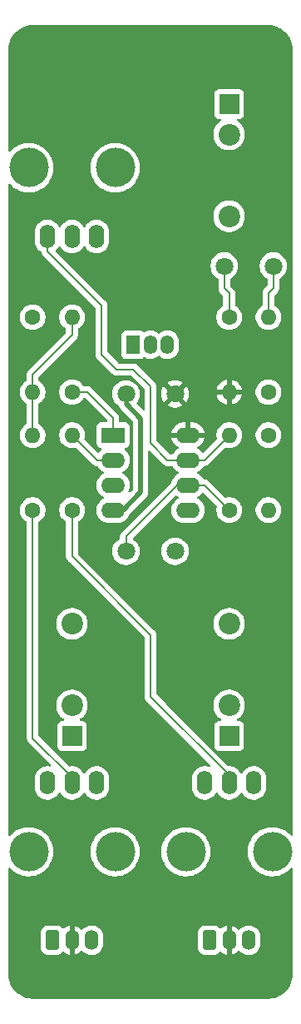
<source format=gbr>
%TF.GenerationSoftware,KiCad,Pcbnew,9.0.1*%
%TF.CreationDate,2025-06-13T20:46:25+10:00*%
%TF.ProjectId,Mixer,4d697865-722e-46b6-9963-61645f706362,rev?*%
%TF.SameCoordinates,Original*%
%TF.FileFunction,Copper,L2,Bot*%
%TF.FilePolarity,Positive*%
%FSLAX46Y46*%
G04 Gerber Fmt 4.6, Leading zero omitted, Abs format (unit mm)*
G04 Created by KiCad (PCBNEW 9.0.1) date 2025-06-13 20:46:25*
%MOMM*%
%LPD*%
G01*
G04 APERTURE LIST*
G04 Aperture macros list*
%AMRoundRect*
0 Rectangle with rounded corners*
0 $1 Rounding radius*
0 $2 $3 $4 $5 $6 $7 $8 $9 X,Y pos of 4 corners*
0 Add a 4 corners polygon primitive as box body*
4,1,4,$2,$3,$4,$5,$6,$7,$8,$9,$2,$3,0*
0 Add four circle primitives for the rounded corners*
1,1,$1+$1,$2,$3*
1,1,$1+$1,$4,$5*
1,1,$1+$1,$6,$7*
1,1,$1+$1,$8,$9*
0 Add four rect primitives between the rounded corners*
20,1,$1+$1,$2,$3,$4,$5,0*
20,1,$1+$1,$4,$5,$6,$7,0*
20,1,$1+$1,$6,$7,$8,$9,0*
20,1,$1+$1,$8,$9,$2,$3,0*%
G04 Aperture macros list end*
%TA.AperFunction,ComponentPad*%
%ADD10C,1.600000*%
%TD*%
%TA.AperFunction,ComponentPad*%
%ADD11O,1.600000X1.600000*%
%TD*%
%TA.AperFunction,WasherPad*%
%ADD12C,4.000000*%
%TD*%
%TA.AperFunction,ComponentPad*%
%ADD13O,1.600000X2.400000*%
%TD*%
%TA.AperFunction,ComponentPad*%
%ADD14R,2.000000X2.000000*%
%TD*%
%TA.AperFunction,ComponentPad*%
%ADD15C,2.200000*%
%TD*%
%TA.AperFunction,ComponentPad*%
%ADD16RoundRect,0.291666X-0.408334X-0.708334X0.408334X-0.708334X0.408334X0.708334X-0.408334X0.708334X0*%
%TD*%
%TA.AperFunction,ComponentPad*%
%ADD17O,1.400000X2.000000*%
%TD*%
%TA.AperFunction,ComponentPad*%
%ADD18C,1.800000*%
%TD*%
%TA.AperFunction,ComponentPad*%
%ADD19R,1.350000X1.900000*%
%TD*%
%TA.AperFunction,ComponentPad*%
%ADD20O,1.350000X1.900000*%
%TD*%
%TA.AperFunction,ComponentPad*%
%ADD21R,2.400000X1.600000*%
%TD*%
%TA.AperFunction,ComponentPad*%
%ADD22O,2.400000X1.600000*%
%TD*%
%TA.AperFunction,Conductor*%
%ADD23C,0.200000*%
%TD*%
%TA.AperFunction,Conductor*%
%ADD24C,0.500000*%
%TD*%
G04 APERTURE END LIST*
D10*
%TO.P,R6,1*%
%TO.N,GND*%
X162000000Y-87810000D03*
D11*
%TO.P,R6,2*%
%TO.N,Net-(U1B-+)*%
X162000000Y-80190000D03*
%TD*%
D12*
%TO.P,RV1,*%
%TO.N,*%
X146400000Y-134562501D03*
X137600000Y-134562501D03*
D13*
%TO.P,RV1,1,1*%
%TO.N,GND*%
X139499999Y-127562501D03*
%TO.P,RV1,2,2*%
%TO.N,Net-(R1-Pad1)*%
X142000000Y-127562502D03*
%TO.P,RV1,3,3*%
%TO.N,Net-(J1-PadT)*%
X144500001Y-127562501D03*
%TD*%
D10*
%TO.P,R4,1*%
%TO.N,Net-(J3-PadT)*%
X142000000Y-87810000D03*
D11*
%TO.P,R4,2*%
%TO.N,Net-(U1A--)*%
X142000000Y-80190000D03*
%TD*%
D14*
%TO.P,J2,G*%
%TO.N,GND*%
X158000000Y-122780000D03*
D15*
%TO.P,J2,S*%
X158000000Y-119680000D03*
%TO.P,J2,T*%
%TO.N,Net-(J2-PadT)*%
X158000000Y-111380001D03*
%TD*%
D14*
%TO.P,J3,G*%
%TO.N,Net-(J3-PadG)*%
X158000000Y-58520000D03*
D15*
%TO.P,J3,S*%
X158000000Y-61620000D03*
%TO.P,J3,T*%
%TO.N,Net-(J3-PadT)*%
X158000000Y-69920000D03*
%TD*%
D14*
%TO.P,J1,G*%
%TO.N,GND*%
X142000000Y-122780000D03*
D15*
%TO.P,J1,S*%
X142000000Y-119680000D03*
%TO.P,J1,T*%
%TO.N,Net-(J1-PadT)*%
X142000000Y-111380001D03*
%TD*%
D10*
%TO.P,R2,1*%
%TO.N,Net-(R2-Pad1)*%
X142000000Y-99810000D03*
D11*
%TO.P,R2,2*%
%TO.N,Net-(U1A--)*%
X142000000Y-92190000D03*
%TD*%
D16*
%TO.P,J5,1,Pin_1*%
%TO.N,GND*%
X140000000Y-143550000D03*
D17*
%TO.P,J5,2,Pin_2*%
%TO.N,VDD*%
X142000000Y-143550000D03*
%TO.P,J5,3,Pin_3*%
%TO.N,VSS*%
X144000000Y-143550000D03*
%TD*%
D10*
%TO.P,R1,1*%
%TO.N,Net-(R1-Pad1)*%
X138000000Y-99810000D03*
D11*
%TO.P,R1,2*%
%TO.N,Net-(U1A--)*%
X138000000Y-92190000D03*
%TD*%
D10*
%TO.P,R8,1*%
%TO.N,GND*%
X162000000Y-92190000D03*
D11*
%TO.P,R8,2*%
%TO.N,Net-(U1B--)*%
X162000000Y-99810000D03*
%TD*%
D18*
%TO.P,C1,1*%
%TO.N,VDD*%
X152500000Y-88000000D03*
%TO.P,C1,2*%
%TO.N,VSS*%
X147500000Y-88000000D03*
%TD*%
D16*
%TO.P,J6,1,Pin_1*%
%TO.N,GND*%
X156000000Y-143550000D03*
D17*
%TO.P,J6,2,Pin_2*%
%TO.N,VDD*%
X158000000Y-143550000D03*
%TO.P,J6,3,Pin_3*%
%TO.N,VSS*%
X160000000Y-143550000D03*
%TD*%
D10*
%TO.P,R7,1*%
%TO.N,Net-(U1B--)*%
X158000000Y-99810000D03*
D11*
%TO.P,R7,2*%
%TO.N,NOISE*%
X158000000Y-92190000D03*
%TD*%
D18*
%TO.P,C3,1*%
%TO.N,Net-(U1B--)*%
X147500000Y-104000000D03*
%TO.P,C3,2*%
%TO.N,NOISE*%
X152500000Y-104000000D03*
%TD*%
D19*
%TO.P,Q1,1,C*%
%TO.N,unconnected-(Q1-C-Pad1)*%
X148230000Y-83000000D03*
D20*
%TO.P,Q1,2,B*%
%TO.N,GND*%
X150000000Y-83000000D03*
%TO.P,Q1,3,E*%
%TO.N,Net-(Q1-E)*%
X151730000Y-83000000D03*
%TD*%
D12*
%TO.P,RV2,*%
%TO.N,*%
X162400000Y-134562501D03*
X153600000Y-134562501D03*
D13*
%TO.P,RV2,1,1*%
%TO.N,GND*%
X155499999Y-127562501D03*
%TO.P,RV2,2,2*%
%TO.N,Net-(R2-Pad1)*%
X158000000Y-127562502D03*
%TO.P,RV2,3,3*%
%TO.N,Net-(J2-PadT)*%
X160500001Y-127562501D03*
%TD*%
D18*
%TO.P,C2,1*%
%TO.N,Net-(U1B-+)*%
X162500000Y-75000000D03*
%TO.P,C2,2*%
%TO.N,Net-(Q1-E)*%
X157500000Y-75000000D03*
%TD*%
D12*
%TO.P,RV3,*%
%TO.N,*%
X137600000Y-65000000D03*
X146400000Y-65000000D03*
D13*
%TO.P,RV3,1,1*%
%TO.N,GND*%
X144500001Y-72000000D03*
%TO.P,RV3,2,2*%
%TO.N,Net-(R3-Pad1)*%
X142000000Y-72000000D03*
%TO.P,RV3,3,3*%
%TO.N,NOISE*%
X139499999Y-72000000D03*
%TD*%
D10*
%TO.P,R3,1*%
%TO.N,Net-(R3-Pad1)*%
X138000000Y-80190000D03*
D11*
%TO.P,R3,2*%
%TO.N,Net-(U1A--)*%
X138000000Y-87810000D03*
%TD*%
D10*
%TO.P,R5,1*%
%TO.N,Net-(Q1-E)*%
X158000000Y-80190000D03*
D11*
%TO.P,R5,2*%
%TO.N,VDD*%
X158000000Y-87810000D03*
%TD*%
D21*
%TO.P,U1,1*%
%TO.N,Net-(J3-PadT)*%
X146190000Y-92190000D03*
D22*
%TO.P,U1,2,-*%
%TO.N,Net-(U1A--)*%
X146190000Y-94730000D03*
%TO.P,U1,3,+*%
%TO.N,GND*%
X146190000Y-97270000D03*
%TO.P,U1,4,V-*%
%TO.N,VSS*%
X146190000Y-99810000D03*
%TO.P,U1,5,+*%
%TO.N,Net-(U1B-+)*%
X153810000Y-99810000D03*
%TO.P,U1,6,-*%
%TO.N,Net-(U1B--)*%
X153810000Y-97270000D03*
%TO.P,U1,7*%
%TO.N,NOISE*%
X153810000Y-94730000D03*
%TO.P,U1,8,V+*%
%TO.N,VDD*%
X153810000Y-92190000D03*
%TD*%
D23*
%TO.N,Net-(R1-Pad1)*%
X138000000Y-123000000D02*
X138000000Y-99810000D01*
X142000000Y-127000000D02*
X138000000Y-123000000D01*
X142000000Y-127562502D02*
X142000000Y-127000000D01*
%TO.N,Net-(R2-Pad1)*%
X150000000Y-118800000D02*
X150000000Y-112500000D01*
X150000000Y-112500000D02*
X142000000Y-104500000D01*
X158000000Y-127562502D02*
X158000000Y-126800000D01*
X158000000Y-126800000D02*
X150000000Y-118800000D01*
X142000000Y-104500000D02*
X142000000Y-99810000D01*
D24*
%TO.N,VSS*%
X149000000Y-90500000D02*
X149000000Y-98000000D01*
X149000000Y-98000000D02*
X147190000Y-99810000D01*
X147190000Y-99810000D02*
X146190000Y-99810000D01*
X147500000Y-89000000D02*
X149000000Y-90500000D01*
D23*
%TO.N,Net-(Q1-E)*%
X158000000Y-77750000D02*
X157500000Y-77250000D01*
X157500000Y-77250000D02*
X157500000Y-75000000D01*
X158000000Y-80190000D02*
X158000000Y-77750000D01*
%TO.N,Net-(U1B-+)*%
X162000000Y-80190000D02*
X162000000Y-77750000D01*
X162000000Y-77750000D02*
X162500000Y-77250000D01*
X162500000Y-77250000D02*
X162500000Y-75000000D01*
%TO.N,NOISE*%
X150000000Y-87250000D02*
X148250000Y-85500000D01*
X145000000Y-79000000D02*
X145000000Y-84000000D01*
X153810000Y-94730000D02*
X155460000Y-94730000D01*
X155460000Y-94730000D02*
X158000000Y-92190000D01*
X153810000Y-94730000D02*
X151730000Y-94730000D01*
X151730000Y-94730000D02*
X150000000Y-93000000D01*
X150000000Y-93000000D02*
X150000000Y-87250000D01*
X139499999Y-73499999D02*
X145000000Y-79000000D01*
X148250000Y-85500000D02*
X146500000Y-85500000D01*
X146500000Y-85500000D02*
X145000000Y-84000000D01*
X139499999Y-72000000D02*
X139499999Y-73499999D01*
%TO.N,Net-(J3-PadT)*%
X143560000Y-87810000D02*
X146190000Y-90440000D01*
X146190000Y-90440000D02*
X146190000Y-92190000D01*
X142000000Y-87810000D02*
X143560000Y-87810000D01*
%TO.N,Net-(U1A--)*%
X138000000Y-86000000D02*
X142000000Y-82000000D01*
X146190000Y-94730000D02*
X144540000Y-94730000D01*
X144540000Y-94730000D02*
X142000000Y-92190000D01*
X142000000Y-82000000D02*
X142000000Y-80190000D01*
X138000000Y-87810000D02*
X138000000Y-86000000D01*
X138000000Y-92190000D02*
X138000000Y-87810000D01*
%TO.N,Net-(U1B--)*%
X152730000Y-97270000D02*
X153810000Y-97270000D01*
X147500000Y-104000000D02*
X147500000Y-102500000D01*
X155460000Y-97270000D02*
X158000000Y-99810000D01*
X153810000Y-97270000D02*
X155460000Y-97270000D01*
X147500000Y-102500000D02*
X152730000Y-97270000D01*
%TD*%
%TA.AperFunction,Conductor*%
%TO.N,VDD*%
G36*
X162003736Y-50500726D02*
G01*
X162293796Y-50518271D01*
X162308659Y-50520076D01*
X162590798Y-50571780D01*
X162605335Y-50575363D01*
X162879172Y-50660695D01*
X162893163Y-50666000D01*
X163154743Y-50783727D01*
X163167989Y-50790680D01*
X163413465Y-50939075D01*
X163425776Y-50947573D01*
X163651573Y-51124473D01*
X163662781Y-51134403D01*
X163865596Y-51337218D01*
X163875526Y-51348426D01*
X163995481Y-51501538D01*
X164052422Y-51574217D01*
X164060928Y-51586540D01*
X164209316Y-51832004D01*
X164216275Y-51845263D01*
X164333997Y-52106831D01*
X164339306Y-52120832D01*
X164424635Y-52394663D01*
X164428219Y-52409201D01*
X164479923Y-52691340D01*
X164481728Y-52706205D01*
X164499274Y-52996263D01*
X164499500Y-53003750D01*
X164499500Y-132830328D01*
X164479815Y-132897367D01*
X164427011Y-132943122D01*
X164357853Y-132953066D01*
X164294297Y-132924041D01*
X164278553Y-132907641D01*
X164267416Y-132893676D01*
X164068824Y-132695084D01*
X164013060Y-132650614D01*
X163849248Y-132519978D01*
X163611445Y-132370556D01*
X163611442Y-132370554D01*
X163358411Y-132248701D01*
X163093329Y-132155944D01*
X163093317Y-132155940D01*
X162819512Y-132093446D01*
X162819494Y-132093443D01*
X162540431Y-132062001D01*
X162540425Y-132062001D01*
X162259575Y-132062001D01*
X162259568Y-132062001D01*
X161980505Y-132093443D01*
X161980487Y-132093446D01*
X161706682Y-132155940D01*
X161706670Y-132155944D01*
X161441588Y-132248701D01*
X161188557Y-132370554D01*
X160950753Y-132519977D01*
X160731175Y-132695084D01*
X160532583Y-132893676D01*
X160357476Y-133113254D01*
X160208053Y-133351058D01*
X160086200Y-133604089D01*
X159993443Y-133869171D01*
X159993439Y-133869183D01*
X159930945Y-134142988D01*
X159930942Y-134143006D01*
X159899500Y-134422069D01*
X159899500Y-134702932D01*
X159930942Y-134981995D01*
X159930945Y-134982013D01*
X159993439Y-135255818D01*
X159993443Y-135255830D01*
X160086200Y-135520912D01*
X160208053Y-135773943D01*
X160208055Y-135773946D01*
X160357477Y-136011749D01*
X160485221Y-136171935D01*
X160532581Y-136231323D01*
X160532584Y-136231326D01*
X160731175Y-136429917D01*
X160950752Y-136605024D01*
X161188555Y-136754446D01*
X161441592Y-136876302D01*
X161640680Y-136945966D01*
X161706670Y-136969057D01*
X161706682Y-136969061D01*
X161980491Y-137031556D01*
X161980497Y-137031556D01*
X161980505Y-137031558D01*
X162166547Y-137052519D01*
X162259569Y-137063000D01*
X162259572Y-137063001D01*
X162259575Y-137063001D01*
X162540428Y-137063001D01*
X162540429Y-137063000D01*
X162683055Y-137046930D01*
X162819494Y-137031558D01*
X162819499Y-137031557D01*
X162819509Y-137031556D01*
X163093318Y-136969061D01*
X163358408Y-136876302D01*
X163611445Y-136754446D01*
X163849248Y-136605024D01*
X164068825Y-136429917D01*
X164267416Y-136231326D01*
X164278551Y-136217362D01*
X164335739Y-136177221D01*
X164405550Y-136174369D01*
X164465821Y-136209713D01*
X164497415Y-136272031D01*
X164499500Y-136294673D01*
X164499500Y-146996249D01*
X164499274Y-147003736D01*
X164481728Y-147293794D01*
X164479923Y-147308659D01*
X164428219Y-147590798D01*
X164424635Y-147605336D01*
X164339306Y-147879167D01*
X164333997Y-147893168D01*
X164216275Y-148154736D01*
X164209316Y-148167995D01*
X164060928Y-148413459D01*
X164052422Y-148425782D01*
X163875526Y-148651573D01*
X163865596Y-148662781D01*
X163662781Y-148865596D01*
X163651573Y-148875526D01*
X163425782Y-149052422D01*
X163413459Y-149060928D01*
X163167995Y-149209316D01*
X163154736Y-149216275D01*
X162893168Y-149333997D01*
X162879167Y-149339306D01*
X162605336Y-149424635D01*
X162590798Y-149428219D01*
X162308659Y-149479923D01*
X162293794Y-149481728D01*
X162014454Y-149498624D01*
X162003735Y-149499273D01*
X161996250Y-149499499D01*
X138003734Y-149499499D01*
X137996247Y-149499273D01*
X137706205Y-149481728D01*
X137691340Y-149479923D01*
X137409201Y-149428219D01*
X137394663Y-149424635D01*
X137120832Y-149339306D01*
X137106831Y-149333997D01*
X136845263Y-149216275D01*
X136832004Y-149209316D01*
X136586540Y-149060928D01*
X136574217Y-149052422D01*
X136348426Y-148875526D01*
X136337218Y-148865596D01*
X136134403Y-148662781D01*
X136124473Y-148651573D01*
X135947573Y-148425776D01*
X135939075Y-148413465D01*
X135790680Y-148167989D01*
X135783727Y-148154743D01*
X135666000Y-147893163D01*
X135660693Y-147879167D01*
X135575364Y-147605336D01*
X135571780Y-147590798D01*
X135520076Y-147308659D01*
X135518271Y-147293794D01*
X135500726Y-147003736D01*
X135500500Y-146996249D01*
X135500500Y-142797176D01*
X138799500Y-142797176D01*
X138799500Y-144302818D01*
X138799501Y-144302822D01*
X138814474Y-144435720D01*
X138873433Y-144604218D01*
X138968406Y-144755365D01*
X138968407Y-144755366D01*
X139094634Y-144881593D01*
X139245783Y-144976567D01*
X139330030Y-145006046D01*
X139414279Y-145035526D01*
X139499271Y-145045101D01*
X139547183Y-145050500D01*
X140452816Y-145050499D01*
X140452818Y-145050499D01*
X140452819Y-145050498D01*
X140585723Y-145035525D01*
X140754217Y-144976567D01*
X140905366Y-144881593D01*
X141031593Y-144755366D01*
X141031593Y-144755365D01*
X141032270Y-144754689D01*
X141093593Y-144721204D01*
X141163285Y-144726188D01*
X141207632Y-144754689D01*
X141218253Y-144765310D01*
X141218258Y-144765314D01*
X141371059Y-144876329D01*
X141539362Y-144962085D01*
X141718997Y-145020451D01*
X141750000Y-145025362D01*
X141750000Y-143830330D01*
X141769745Y-143850075D01*
X141855255Y-143899444D01*
X141950630Y-143925000D01*
X142049370Y-143925000D01*
X142144745Y-143899444D01*
X142230255Y-143850075D01*
X142250000Y-143830330D01*
X142250000Y-145025361D01*
X142281002Y-145020451D01*
X142460637Y-144962085D01*
X142628940Y-144876329D01*
X142781741Y-144765314D01*
X142781746Y-144765310D01*
X142911966Y-144635091D01*
X142973289Y-144601606D01*
X143042981Y-144606590D01*
X143087328Y-144635091D01*
X143217927Y-144765690D01*
X143370801Y-144876760D01*
X143450347Y-144917290D01*
X143539163Y-144962545D01*
X143539165Y-144962545D01*
X143539168Y-144962547D01*
X143582314Y-144976566D01*
X143718881Y-145020940D01*
X143905514Y-145050500D01*
X143905519Y-145050500D01*
X144094486Y-145050500D01*
X144281118Y-145020940D01*
X144282623Y-145020451D01*
X144460832Y-144962547D01*
X144629199Y-144876760D01*
X144782073Y-144765690D01*
X144915690Y-144632073D01*
X145026760Y-144479199D01*
X145112547Y-144310832D01*
X145170940Y-144131118D01*
X145200500Y-143944486D01*
X145200500Y-143155513D01*
X145170940Y-142968881D01*
X145153931Y-142916536D01*
X145115149Y-142797176D01*
X154799500Y-142797176D01*
X154799500Y-144302818D01*
X154799501Y-144302822D01*
X154814474Y-144435720D01*
X154873433Y-144604218D01*
X154968406Y-144755365D01*
X154968407Y-144755366D01*
X155094634Y-144881593D01*
X155245783Y-144976567D01*
X155330030Y-145006046D01*
X155414279Y-145035526D01*
X155499271Y-145045101D01*
X155547183Y-145050500D01*
X156452816Y-145050499D01*
X156452818Y-145050499D01*
X156452819Y-145050498D01*
X156585723Y-145035525D01*
X156754217Y-144976567D01*
X156905366Y-144881593D01*
X157031593Y-144755366D01*
X157031593Y-144755365D01*
X157032270Y-144754689D01*
X157093593Y-144721204D01*
X157163285Y-144726188D01*
X157207632Y-144754689D01*
X157218253Y-144765310D01*
X157218258Y-144765314D01*
X157371059Y-144876329D01*
X157539362Y-144962085D01*
X157718997Y-145020451D01*
X157750000Y-145025362D01*
X157750000Y-143830330D01*
X157769745Y-143850075D01*
X157855255Y-143899444D01*
X157950630Y-143925000D01*
X158049370Y-143925000D01*
X158144745Y-143899444D01*
X158230255Y-143850075D01*
X158250000Y-143830330D01*
X158250000Y-145025361D01*
X158281002Y-145020451D01*
X158460637Y-144962085D01*
X158628940Y-144876329D01*
X158781741Y-144765314D01*
X158781746Y-144765310D01*
X158911966Y-144635091D01*
X158973289Y-144601606D01*
X159042981Y-144606590D01*
X159087328Y-144635091D01*
X159217927Y-144765690D01*
X159370801Y-144876760D01*
X159450347Y-144917290D01*
X159539163Y-144962545D01*
X159539165Y-144962545D01*
X159539168Y-144962547D01*
X159582314Y-144976566D01*
X159718881Y-145020940D01*
X159905514Y-145050500D01*
X159905519Y-145050500D01*
X160094486Y-145050500D01*
X160281118Y-145020940D01*
X160282623Y-145020451D01*
X160460832Y-144962547D01*
X160629199Y-144876760D01*
X160782073Y-144765690D01*
X160915690Y-144632073D01*
X161026760Y-144479199D01*
X161112547Y-144310832D01*
X161170940Y-144131118D01*
X161200500Y-143944486D01*
X161200500Y-143155513D01*
X161170940Y-142968881D01*
X161143846Y-142885497D01*
X161112547Y-142789168D01*
X161112545Y-142789165D01*
X161112545Y-142789163D01*
X161026759Y-142620800D01*
X160915690Y-142467927D01*
X160782073Y-142334310D01*
X160629199Y-142223240D01*
X160619712Y-142218406D01*
X160460836Y-142137454D01*
X160281118Y-142079059D01*
X160094486Y-142049500D01*
X160094481Y-142049500D01*
X159905519Y-142049500D01*
X159905514Y-142049500D01*
X159718881Y-142079059D01*
X159539163Y-142137454D01*
X159370800Y-142223240D01*
X159283579Y-142286610D01*
X159217927Y-142334310D01*
X159217925Y-142334312D01*
X159217924Y-142334312D01*
X159087328Y-142464909D01*
X159026005Y-142498394D01*
X158956313Y-142493410D01*
X158911966Y-142464909D01*
X158781746Y-142334689D01*
X158781741Y-142334685D01*
X158628940Y-142223670D01*
X158460635Y-142137913D01*
X158281004Y-142079549D01*
X158280995Y-142079547D01*
X158250000Y-142074637D01*
X158250000Y-143269670D01*
X158230255Y-143249925D01*
X158144745Y-143200556D01*
X158049370Y-143175000D01*
X157950630Y-143175000D01*
X157855255Y-143200556D01*
X157769745Y-143249925D01*
X157750000Y-143269670D01*
X157750000Y-142074637D01*
X157749999Y-142074637D01*
X157719004Y-142079547D01*
X157718995Y-142079549D01*
X157539364Y-142137913D01*
X157371059Y-142223670D01*
X157218255Y-142334687D01*
X157218247Y-142334694D01*
X157207628Y-142345313D01*
X157146304Y-142378796D01*
X157076612Y-142373809D01*
X157032269Y-142345310D01*
X156905365Y-142218406D01*
X156754218Y-142123433D01*
X156585720Y-142064473D01*
X156452821Y-142049500D01*
X155547181Y-142049500D01*
X155547177Y-142049501D01*
X155414279Y-142064474D01*
X155245781Y-142123433D01*
X155094634Y-142218406D01*
X154968406Y-142344634D01*
X154873433Y-142495781D01*
X154814473Y-142664279D01*
X154799500Y-142797176D01*
X145115149Y-142797176D01*
X145112547Y-142789168D01*
X145112545Y-142789165D01*
X145112545Y-142789163D01*
X145026759Y-142620800D01*
X144915690Y-142467927D01*
X144782073Y-142334310D01*
X144629199Y-142223240D01*
X144619712Y-142218406D01*
X144460836Y-142137454D01*
X144281118Y-142079059D01*
X144094486Y-142049500D01*
X144094481Y-142049500D01*
X143905519Y-142049500D01*
X143905514Y-142049500D01*
X143718881Y-142079059D01*
X143539163Y-142137454D01*
X143370800Y-142223240D01*
X143283579Y-142286610D01*
X143217927Y-142334310D01*
X143217925Y-142334312D01*
X143217924Y-142334312D01*
X143087328Y-142464909D01*
X143026005Y-142498394D01*
X142956313Y-142493410D01*
X142911966Y-142464909D01*
X142781746Y-142334689D01*
X142781741Y-142334685D01*
X142628940Y-142223670D01*
X142460635Y-142137913D01*
X142281004Y-142079549D01*
X142280995Y-142079547D01*
X142250000Y-142074637D01*
X142250000Y-143269670D01*
X142230255Y-143249925D01*
X142144745Y-143200556D01*
X142049370Y-143175000D01*
X141950630Y-143175000D01*
X141855255Y-143200556D01*
X141769745Y-143249925D01*
X141750000Y-143269670D01*
X141750000Y-142074637D01*
X141749999Y-142074637D01*
X141719004Y-142079547D01*
X141718995Y-142079549D01*
X141539364Y-142137913D01*
X141371059Y-142223670D01*
X141218255Y-142334687D01*
X141218247Y-142334694D01*
X141207628Y-142345313D01*
X141146304Y-142378796D01*
X141076612Y-142373809D01*
X141032269Y-142345310D01*
X140905365Y-142218406D01*
X140754218Y-142123433D01*
X140585720Y-142064473D01*
X140452821Y-142049500D01*
X139547181Y-142049500D01*
X139547177Y-142049501D01*
X139414279Y-142064474D01*
X139245781Y-142123433D01*
X139094634Y-142218406D01*
X138968406Y-142344634D01*
X138873433Y-142495781D01*
X138814473Y-142664279D01*
X138799500Y-142797176D01*
X135500500Y-142797176D01*
X135500500Y-136294673D01*
X135520185Y-136227634D01*
X135572989Y-136181879D01*
X135642147Y-136171935D01*
X135705703Y-136200960D01*
X135721449Y-136217363D01*
X135732581Y-136231323D01*
X135732583Y-136231325D01*
X135732584Y-136231326D01*
X135931175Y-136429917D01*
X136150752Y-136605024D01*
X136388555Y-136754446D01*
X136641592Y-136876302D01*
X136840680Y-136945966D01*
X136906670Y-136969057D01*
X136906682Y-136969061D01*
X137180491Y-137031556D01*
X137180497Y-137031556D01*
X137180505Y-137031558D01*
X137366547Y-137052519D01*
X137459569Y-137063000D01*
X137459572Y-137063001D01*
X137459575Y-137063001D01*
X137740428Y-137063001D01*
X137740429Y-137063000D01*
X137883055Y-137046930D01*
X138019494Y-137031558D01*
X138019499Y-137031557D01*
X138019509Y-137031556D01*
X138293318Y-136969061D01*
X138558408Y-136876302D01*
X138811445Y-136754446D01*
X139049248Y-136605024D01*
X139268825Y-136429917D01*
X139467416Y-136231326D01*
X139642523Y-136011749D01*
X139791945Y-135773946D01*
X139913801Y-135520909D01*
X140006560Y-135255819D01*
X140069055Y-134982010D01*
X140100500Y-134702926D01*
X140100500Y-134422076D01*
X140100499Y-134422069D01*
X143899500Y-134422069D01*
X143899500Y-134702932D01*
X143930942Y-134981995D01*
X143930945Y-134982013D01*
X143993439Y-135255818D01*
X143993443Y-135255830D01*
X144086200Y-135520912D01*
X144208053Y-135773943D01*
X144208055Y-135773946D01*
X144357477Y-136011749D01*
X144485221Y-136171935D01*
X144532581Y-136231323D01*
X144532584Y-136231326D01*
X144731175Y-136429917D01*
X144950752Y-136605024D01*
X145188555Y-136754446D01*
X145441592Y-136876302D01*
X145640680Y-136945966D01*
X145706670Y-136969057D01*
X145706682Y-136969061D01*
X145980491Y-137031556D01*
X145980497Y-137031556D01*
X145980505Y-137031558D01*
X146166547Y-137052519D01*
X146259569Y-137063000D01*
X146259572Y-137063001D01*
X146259575Y-137063001D01*
X146540428Y-137063001D01*
X146540429Y-137063000D01*
X146683055Y-137046930D01*
X146819494Y-137031558D01*
X146819499Y-137031557D01*
X146819509Y-137031556D01*
X147093318Y-136969061D01*
X147358408Y-136876302D01*
X147611445Y-136754446D01*
X147849248Y-136605024D01*
X148068825Y-136429917D01*
X148267416Y-136231326D01*
X148442523Y-136011749D01*
X148591945Y-135773946D01*
X148713801Y-135520909D01*
X148806560Y-135255819D01*
X148869055Y-134982010D01*
X148900500Y-134702926D01*
X148900500Y-134422076D01*
X148900499Y-134422069D01*
X151099500Y-134422069D01*
X151099500Y-134702932D01*
X151130942Y-134981995D01*
X151130945Y-134982013D01*
X151193439Y-135255818D01*
X151193443Y-135255830D01*
X151286200Y-135520912D01*
X151408053Y-135773943D01*
X151408055Y-135773946D01*
X151557477Y-136011749D01*
X151685221Y-136171935D01*
X151732581Y-136231323D01*
X151732584Y-136231326D01*
X151931175Y-136429917D01*
X152150752Y-136605024D01*
X152388555Y-136754446D01*
X152641592Y-136876302D01*
X152840680Y-136945966D01*
X152906670Y-136969057D01*
X152906682Y-136969061D01*
X153180491Y-137031556D01*
X153180497Y-137031556D01*
X153180505Y-137031558D01*
X153366547Y-137052519D01*
X153459569Y-137063000D01*
X153459572Y-137063001D01*
X153459575Y-137063001D01*
X153740428Y-137063001D01*
X153740429Y-137063000D01*
X153883055Y-137046930D01*
X154019494Y-137031558D01*
X154019499Y-137031557D01*
X154019509Y-137031556D01*
X154293318Y-136969061D01*
X154558408Y-136876302D01*
X154811445Y-136754446D01*
X155049248Y-136605024D01*
X155268825Y-136429917D01*
X155467416Y-136231326D01*
X155642523Y-136011749D01*
X155791945Y-135773946D01*
X155913801Y-135520909D01*
X156006560Y-135255819D01*
X156069055Y-134982010D01*
X156100500Y-134702926D01*
X156100500Y-134422076D01*
X156069055Y-134142992D01*
X156006560Y-133869183D01*
X155913801Y-133604093D01*
X155791945Y-133351056D01*
X155642523Y-133113253D01*
X155467416Y-132893676D01*
X155268825Y-132695085D01*
X155049248Y-132519978D01*
X154811445Y-132370556D01*
X154811442Y-132370554D01*
X154558411Y-132248701D01*
X154293329Y-132155944D01*
X154293317Y-132155940D01*
X154019512Y-132093446D01*
X154019494Y-132093443D01*
X153740431Y-132062001D01*
X153740425Y-132062001D01*
X153459575Y-132062001D01*
X153459568Y-132062001D01*
X153180505Y-132093443D01*
X153180487Y-132093446D01*
X152906682Y-132155940D01*
X152906670Y-132155944D01*
X152641588Y-132248701D01*
X152388557Y-132370554D01*
X152150753Y-132519977D01*
X151931175Y-132695084D01*
X151732583Y-132893676D01*
X151557476Y-133113254D01*
X151408053Y-133351058D01*
X151286200Y-133604089D01*
X151193443Y-133869171D01*
X151193439Y-133869183D01*
X151130945Y-134142988D01*
X151130942Y-134143006D01*
X151099500Y-134422069D01*
X148900499Y-134422069D01*
X148869055Y-134142992D01*
X148806560Y-133869183D01*
X148713801Y-133604093D01*
X148591945Y-133351056D01*
X148442523Y-133113253D01*
X148267416Y-132893676D01*
X148068825Y-132695085D01*
X147849248Y-132519978D01*
X147611445Y-132370556D01*
X147611442Y-132370554D01*
X147358411Y-132248701D01*
X147093329Y-132155944D01*
X147093317Y-132155940D01*
X146819512Y-132093446D01*
X146819494Y-132093443D01*
X146540431Y-132062001D01*
X146540425Y-132062001D01*
X146259575Y-132062001D01*
X146259568Y-132062001D01*
X145980505Y-132093443D01*
X145980487Y-132093446D01*
X145706682Y-132155940D01*
X145706670Y-132155944D01*
X145441588Y-132248701D01*
X145188557Y-132370554D01*
X144950753Y-132519977D01*
X144731175Y-132695084D01*
X144532583Y-132893676D01*
X144357476Y-133113254D01*
X144208053Y-133351058D01*
X144086200Y-133604089D01*
X143993443Y-133869171D01*
X143993439Y-133869183D01*
X143930945Y-134142988D01*
X143930942Y-134143006D01*
X143899500Y-134422069D01*
X140100499Y-134422069D01*
X140069055Y-134142992D01*
X140006560Y-133869183D01*
X139913801Y-133604093D01*
X139791945Y-133351056D01*
X139642523Y-133113253D01*
X139467416Y-132893676D01*
X139268825Y-132695085D01*
X139049248Y-132519978D01*
X138811445Y-132370556D01*
X138811442Y-132370554D01*
X138558411Y-132248701D01*
X138293329Y-132155944D01*
X138293317Y-132155940D01*
X138019512Y-132093446D01*
X138019494Y-132093443D01*
X137740431Y-132062001D01*
X137740425Y-132062001D01*
X137459575Y-132062001D01*
X137459568Y-132062001D01*
X137180505Y-132093443D01*
X137180487Y-132093446D01*
X136906682Y-132155940D01*
X136906670Y-132155944D01*
X136641588Y-132248701D01*
X136388557Y-132370554D01*
X136150753Y-132519977D01*
X135931175Y-132695084D01*
X135732583Y-132893676D01*
X135721447Y-132907641D01*
X135664258Y-132947781D01*
X135594446Y-132950631D01*
X135534177Y-132915285D01*
X135502584Y-132852966D01*
X135500500Y-132830328D01*
X135500500Y-99707648D01*
X136699500Y-99707648D01*
X136699500Y-99912351D01*
X136731522Y-100114534D01*
X136794781Y-100309223D01*
X136887715Y-100491613D01*
X137008028Y-100657213D01*
X137008034Y-100657219D01*
X137152781Y-100801966D01*
X137318390Y-100922287D01*
X137331793Y-100929116D01*
X137382589Y-100977088D01*
X137399500Y-101039601D01*
X137399500Y-122913330D01*
X137399499Y-122913348D01*
X137399499Y-123079054D01*
X137399498Y-123079054D01*
X137440423Y-123231785D01*
X137469358Y-123281900D01*
X137469359Y-123281904D01*
X137469360Y-123281904D01*
X137519479Y-123368714D01*
X137519481Y-123368717D01*
X137638349Y-123487585D01*
X137638355Y-123487590D01*
X139820148Y-125669383D01*
X139853633Y-125730706D01*
X139848649Y-125800398D01*
X139806777Y-125856331D01*
X139741313Y-125880748D01*
X139713069Y-125879537D01*
X139641318Y-125868172D01*
X139602351Y-125862001D01*
X139397647Y-125862001D01*
X139373328Y-125865852D01*
X139195464Y-125894023D01*
X139000775Y-125957282D01*
X138818385Y-126050216D01*
X138652785Y-126170529D01*
X138508027Y-126315287D01*
X138387714Y-126480887D01*
X138294780Y-126663277D01*
X138231521Y-126857966D01*
X138199499Y-127060149D01*
X138199499Y-128064852D01*
X138231521Y-128267035D01*
X138294780Y-128461724D01*
X138387714Y-128644114D01*
X138508027Y-128809714D01*
X138652785Y-128954472D01*
X138807748Y-129067057D01*
X138818389Y-129074788D01*
X138934606Y-129134004D01*
X139000775Y-129167719D01*
X139000777Y-129167719D01*
X139000780Y-129167721D01*
X139105136Y-129201628D01*
X139195464Y-129230978D01*
X139296556Y-129246989D01*
X139397647Y-129263001D01*
X139397648Y-129263001D01*
X139602350Y-129263001D01*
X139602351Y-129263001D01*
X139804533Y-129230978D01*
X139999218Y-129167721D01*
X140181609Y-129074788D01*
X140274589Y-129007233D01*
X140347212Y-128954472D01*
X140347214Y-128954469D01*
X140347218Y-128954467D01*
X140491965Y-128809720D01*
X140491969Y-128809715D01*
X140491970Y-128809714D01*
X140612285Y-128644112D01*
X140639514Y-128590674D01*
X140639514Y-128590672D01*
X140687488Y-128539877D01*
X140755309Y-128523081D01*
X140821444Y-128545618D01*
X140860483Y-128590671D01*
X140887712Y-128644111D01*
X140887715Y-128644115D01*
X141008028Y-128809715D01*
X141152786Y-128954473D01*
X141307749Y-129067058D01*
X141318390Y-129074789D01*
X141434607Y-129134005D01*
X141500776Y-129167720D01*
X141500778Y-129167720D01*
X141500781Y-129167722D01*
X141605137Y-129201629D01*
X141695465Y-129230979D01*
X141796557Y-129246990D01*
X141897648Y-129263002D01*
X141897649Y-129263002D01*
X142102351Y-129263002D01*
X142102352Y-129263002D01*
X142304534Y-129230979D01*
X142499219Y-129167722D01*
X142681610Y-129074789D01*
X142774590Y-129007234D01*
X142847213Y-128954473D01*
X142847215Y-128954470D01*
X142847219Y-128954468D01*
X142991966Y-128809721D01*
X142991968Y-128809717D01*
X142991971Y-128809715D01*
X143112287Y-128644112D01*
X143112288Y-128644111D01*
X143139515Y-128590674D01*
X143187488Y-128539877D01*
X143255309Y-128523081D01*
X143321444Y-128545617D01*
X143360484Y-128590671D01*
X143387714Y-128644112D01*
X143508029Y-128809714D01*
X143652787Y-128954472D01*
X143807750Y-129067057D01*
X143818391Y-129074788D01*
X143934608Y-129134004D01*
X144000777Y-129167719D01*
X144000779Y-129167719D01*
X144000782Y-129167721D01*
X144105138Y-129201628D01*
X144195466Y-129230978D01*
X144296558Y-129246989D01*
X144397649Y-129263001D01*
X144397650Y-129263001D01*
X144602352Y-129263001D01*
X144602353Y-129263001D01*
X144804535Y-129230978D01*
X144999220Y-129167721D01*
X145181611Y-129074788D01*
X145274591Y-129007233D01*
X145347214Y-128954472D01*
X145347216Y-128954469D01*
X145347220Y-128954467D01*
X145491967Y-128809720D01*
X145491971Y-128809715D01*
X145491972Y-128809714D01*
X145544733Y-128737091D01*
X145612288Y-128644111D01*
X145705221Y-128461720D01*
X145768478Y-128267035D01*
X145800501Y-128064853D01*
X145800501Y-127060149D01*
X145768478Y-126857967D01*
X145750001Y-126801102D01*
X145705219Y-126663277D01*
X145639517Y-126534331D01*
X145612288Y-126480891D01*
X145604557Y-126470250D01*
X145491972Y-126315287D01*
X145347214Y-126170529D01*
X145181614Y-126050216D01*
X145181613Y-126050215D01*
X145181611Y-126050214D01*
X145124654Y-126021192D01*
X144999224Y-125957282D01*
X144804535Y-125894023D01*
X144629996Y-125866379D01*
X144602353Y-125862001D01*
X144397649Y-125862001D01*
X144373330Y-125865852D01*
X144195466Y-125894023D01*
X144000777Y-125957282D01*
X143818387Y-126050216D01*
X143652787Y-126170529D01*
X143508029Y-126315287D01*
X143387714Y-126480889D01*
X143360484Y-126534331D01*
X143312510Y-126585126D01*
X143244688Y-126601921D01*
X143178554Y-126579383D01*
X143139515Y-126534330D01*
X143112287Y-126480892D01*
X143060824Y-126410058D01*
X142991971Y-126315288D01*
X142847213Y-126170530D01*
X142681613Y-126050217D01*
X142681612Y-126050216D01*
X142681610Y-126050215D01*
X142624653Y-126021193D01*
X142499223Y-125957283D01*
X142304534Y-125894024D01*
X142129995Y-125866380D01*
X142102352Y-125862002D01*
X141897648Y-125862002D01*
X141856318Y-125868548D01*
X141799128Y-125877606D01*
X141729834Y-125868651D01*
X141692049Y-125842814D01*
X138636819Y-122787584D01*
X138603334Y-122726261D01*
X138600500Y-122699903D01*
X138600500Y-119554038D01*
X140399500Y-119554038D01*
X140399500Y-119805961D01*
X140438910Y-120054785D01*
X140516760Y-120294383D01*
X140631132Y-120518848D01*
X140779201Y-120722649D01*
X140779205Y-120722654D01*
X140957345Y-120900794D01*
X140957350Y-120900798D01*
X141161151Y-121048868D01*
X141162617Y-121049766D01*
X141163057Y-121050253D01*
X141165096Y-121051734D01*
X141164785Y-121052161D01*
X141209498Y-121101572D01*
X141220928Y-121170501D01*
X141193278Y-121234667D01*
X141135327Y-121273698D01*
X141097840Y-121279500D01*
X140952130Y-121279500D01*
X140952123Y-121279501D01*
X140892516Y-121285908D01*
X140757671Y-121336202D01*
X140757664Y-121336206D01*
X140642455Y-121422452D01*
X140642452Y-121422455D01*
X140556206Y-121537664D01*
X140556202Y-121537671D01*
X140505908Y-121672517D01*
X140499501Y-121732116D01*
X140499501Y-121732123D01*
X140499500Y-121732135D01*
X140499500Y-123827870D01*
X140499501Y-123827876D01*
X140505908Y-123887483D01*
X140556202Y-124022328D01*
X140556206Y-124022335D01*
X140642452Y-124137544D01*
X140642455Y-124137547D01*
X140757664Y-124223793D01*
X140757671Y-124223797D01*
X140892517Y-124274091D01*
X140892516Y-124274091D01*
X140899444Y-124274835D01*
X140952127Y-124280500D01*
X143047872Y-124280499D01*
X143107483Y-124274091D01*
X143242331Y-124223796D01*
X143357546Y-124137546D01*
X143443796Y-124022331D01*
X143494091Y-123887483D01*
X143500500Y-123827873D01*
X143500499Y-121732128D01*
X143494091Y-121672517D01*
X143443796Y-121537669D01*
X143443795Y-121537668D01*
X143443793Y-121537664D01*
X143357547Y-121422455D01*
X143357544Y-121422452D01*
X143242335Y-121336206D01*
X143242328Y-121336202D01*
X143107482Y-121285908D01*
X143107483Y-121285908D01*
X143047883Y-121279501D01*
X143047881Y-121279500D01*
X143047873Y-121279500D01*
X143047865Y-121279500D01*
X142902162Y-121279500D01*
X142835123Y-121259815D01*
X142789368Y-121207011D01*
X142779424Y-121137853D01*
X142808449Y-121074297D01*
X142834963Y-121051815D01*
X142834904Y-121051734D01*
X142835992Y-121050942D01*
X142837375Y-121049771D01*
X142838839Y-121048872D01*
X142838845Y-121048870D01*
X143042656Y-120900793D01*
X143220793Y-120722656D01*
X143368870Y-120518845D01*
X143483241Y-120294379D01*
X143561090Y-120054785D01*
X143600500Y-119805962D01*
X143600500Y-119554038D01*
X143561090Y-119305215D01*
X143483241Y-119065621D01*
X143483239Y-119065618D01*
X143483239Y-119065616D01*
X143441747Y-118984184D01*
X143368870Y-118841155D01*
X143281531Y-118720943D01*
X143220798Y-118637350D01*
X143220794Y-118637345D01*
X143042654Y-118459205D01*
X143042649Y-118459201D01*
X142838848Y-118311132D01*
X142838847Y-118311131D01*
X142838845Y-118311130D01*
X142768747Y-118275413D01*
X142614383Y-118196760D01*
X142374785Y-118118910D01*
X142125962Y-118079500D01*
X141874038Y-118079500D01*
X141749626Y-118099205D01*
X141625214Y-118118910D01*
X141385616Y-118196760D01*
X141161151Y-118311132D01*
X140957350Y-118459201D01*
X140957345Y-118459205D01*
X140779205Y-118637345D01*
X140779201Y-118637350D01*
X140631132Y-118841151D01*
X140516760Y-119065616D01*
X140438910Y-119305214D01*
X140399500Y-119554038D01*
X138600500Y-119554038D01*
X138600500Y-111254039D01*
X140399500Y-111254039D01*
X140399500Y-111505962D01*
X140438910Y-111754786D01*
X140516760Y-111994384D01*
X140631132Y-112218849D01*
X140779201Y-112422650D01*
X140779205Y-112422655D01*
X140957345Y-112600795D01*
X140957350Y-112600799D01*
X141110979Y-112712416D01*
X141161155Y-112748871D01*
X141261692Y-112800097D01*
X141385616Y-112863240D01*
X141385618Y-112863240D01*
X141385621Y-112863242D01*
X141625215Y-112941091D01*
X141874038Y-112980501D01*
X141874039Y-112980501D01*
X142125961Y-112980501D01*
X142125962Y-112980501D01*
X142374785Y-112941091D01*
X142614379Y-112863242D01*
X142838845Y-112748871D01*
X143042656Y-112600794D01*
X143220793Y-112422657D01*
X143368870Y-112218846D01*
X143483241Y-111994380D01*
X143561090Y-111754786D01*
X143600500Y-111505963D01*
X143600500Y-111254039D01*
X143561090Y-111005216D01*
X143483241Y-110765622D01*
X143483239Y-110765619D01*
X143483239Y-110765617D01*
X143441747Y-110684185D01*
X143368870Y-110541156D01*
X143349952Y-110515118D01*
X143220798Y-110337351D01*
X143220794Y-110337346D01*
X143042654Y-110159206D01*
X143042649Y-110159202D01*
X142838848Y-110011133D01*
X142838847Y-110011132D01*
X142838845Y-110011131D01*
X142768747Y-109975414D01*
X142614383Y-109896761D01*
X142374785Y-109818911D01*
X142125962Y-109779501D01*
X141874038Y-109779501D01*
X141749626Y-109799206D01*
X141625214Y-109818911D01*
X141385616Y-109896761D01*
X141161151Y-110011133D01*
X140957350Y-110159202D01*
X140957345Y-110159206D01*
X140779205Y-110337346D01*
X140779201Y-110337351D01*
X140631132Y-110541152D01*
X140516760Y-110765617D01*
X140438910Y-111005215D01*
X140399500Y-111254039D01*
X138600500Y-111254039D01*
X138600500Y-101039601D01*
X138620185Y-100972562D01*
X138668206Y-100929116D01*
X138681610Y-100922287D01*
X138847219Y-100801966D01*
X138991966Y-100657219D01*
X138991968Y-100657215D01*
X138991971Y-100657213D01*
X139044732Y-100584590D01*
X139112287Y-100491610D01*
X139205220Y-100309219D01*
X139268477Y-100114534D01*
X139300500Y-99912352D01*
X139300500Y-99707648D01*
X140699500Y-99707648D01*
X140699500Y-99912351D01*
X140731522Y-100114534D01*
X140794781Y-100309223D01*
X140887715Y-100491613D01*
X141008028Y-100657213D01*
X141008034Y-100657219D01*
X141152781Y-100801966D01*
X141318390Y-100922287D01*
X141331793Y-100929116D01*
X141382589Y-100977088D01*
X141399500Y-101039601D01*
X141399500Y-104413330D01*
X141399499Y-104413348D01*
X141399499Y-104579054D01*
X141399498Y-104579054D01*
X141440423Y-104731786D01*
X141441699Y-104733994D01*
X141441707Y-104734027D01*
X141441715Y-104734023D01*
X141519475Y-104868709D01*
X141519481Y-104868717D01*
X141638349Y-104987585D01*
X141638355Y-104987590D01*
X149363181Y-112712416D01*
X149396666Y-112773739D01*
X149399500Y-112800097D01*
X149399500Y-118713330D01*
X149399499Y-118713348D01*
X149399499Y-118879054D01*
X149399498Y-118879054D01*
X149440423Y-119031785D01*
X149469358Y-119081900D01*
X149469359Y-119081904D01*
X149469360Y-119081904D01*
X149519479Y-119168714D01*
X149519481Y-119168717D01*
X149638349Y-119287585D01*
X149638355Y-119287590D01*
X156091468Y-125740703D01*
X156124953Y-125802026D01*
X156119969Y-125871718D01*
X156078097Y-125927651D01*
X156012633Y-125952068D01*
X155965469Y-125946315D01*
X155804535Y-125894024D01*
X155663701Y-125871718D01*
X155602351Y-125862001D01*
X155397647Y-125862001D01*
X155373328Y-125865852D01*
X155195464Y-125894023D01*
X155000775Y-125957282D01*
X154818385Y-126050216D01*
X154652785Y-126170529D01*
X154508027Y-126315287D01*
X154387714Y-126480887D01*
X154294780Y-126663277D01*
X154231521Y-126857966D01*
X154199499Y-127060149D01*
X154199499Y-128064852D01*
X154231521Y-128267035D01*
X154294780Y-128461724D01*
X154387714Y-128644114D01*
X154508027Y-128809714D01*
X154652785Y-128954472D01*
X154807748Y-129067057D01*
X154818389Y-129074788D01*
X154934606Y-129134004D01*
X155000775Y-129167719D01*
X155000777Y-129167719D01*
X155000780Y-129167721D01*
X155105136Y-129201628D01*
X155195464Y-129230978D01*
X155296556Y-129246989D01*
X155397647Y-129263001D01*
X155397648Y-129263001D01*
X155602350Y-129263001D01*
X155602351Y-129263001D01*
X155804533Y-129230978D01*
X155999218Y-129167721D01*
X156181609Y-129074788D01*
X156274589Y-129007233D01*
X156347212Y-128954472D01*
X156347214Y-128954469D01*
X156347218Y-128954467D01*
X156491965Y-128809720D01*
X156491969Y-128809715D01*
X156491970Y-128809714D01*
X156612285Y-128644112D01*
X156639514Y-128590674D01*
X156639514Y-128590672D01*
X156687488Y-128539877D01*
X156755309Y-128523081D01*
X156821444Y-128545618D01*
X156860483Y-128590671D01*
X156887712Y-128644111D01*
X156887715Y-128644115D01*
X157008028Y-128809715D01*
X157152786Y-128954473D01*
X157307749Y-129067058D01*
X157318390Y-129074789D01*
X157434607Y-129134005D01*
X157500776Y-129167720D01*
X157500778Y-129167720D01*
X157500781Y-129167722D01*
X157605137Y-129201629D01*
X157695465Y-129230979D01*
X157796557Y-129246990D01*
X157897648Y-129263002D01*
X157897649Y-129263002D01*
X158102351Y-129263002D01*
X158102352Y-129263002D01*
X158304534Y-129230979D01*
X158499219Y-129167722D01*
X158681610Y-129074789D01*
X158774590Y-129007234D01*
X158847213Y-128954473D01*
X158847215Y-128954470D01*
X158847219Y-128954468D01*
X158991966Y-128809721D01*
X158991968Y-128809717D01*
X158991971Y-128809715D01*
X159112287Y-128644112D01*
X159112288Y-128644111D01*
X159139515Y-128590674D01*
X159187488Y-128539877D01*
X159255309Y-128523081D01*
X159321444Y-128545617D01*
X159360484Y-128590671D01*
X159387714Y-128644112D01*
X159508029Y-128809714D01*
X159652787Y-128954472D01*
X159807750Y-129067057D01*
X159818391Y-129074788D01*
X159934608Y-129134004D01*
X160000777Y-129167719D01*
X160000779Y-129167719D01*
X160000782Y-129167721D01*
X160105138Y-129201628D01*
X160195466Y-129230978D01*
X160296558Y-129246989D01*
X160397649Y-129263001D01*
X160397650Y-129263001D01*
X160602352Y-129263001D01*
X160602353Y-129263001D01*
X160804535Y-129230978D01*
X160999220Y-129167721D01*
X161181611Y-129074788D01*
X161274591Y-129007233D01*
X161347214Y-128954472D01*
X161347216Y-128954469D01*
X161347220Y-128954467D01*
X161491967Y-128809720D01*
X161491971Y-128809715D01*
X161491972Y-128809714D01*
X161544733Y-128737091D01*
X161612288Y-128644111D01*
X161705221Y-128461720D01*
X161768478Y-128267035D01*
X161800501Y-128064853D01*
X161800501Y-127060149D01*
X161768478Y-126857967D01*
X161750001Y-126801102D01*
X161705219Y-126663277D01*
X161639517Y-126534331D01*
X161612288Y-126480891D01*
X161604557Y-126470250D01*
X161491972Y-126315287D01*
X161347214Y-126170529D01*
X161181614Y-126050216D01*
X161181613Y-126050215D01*
X161181611Y-126050214D01*
X161124654Y-126021192D01*
X160999224Y-125957282D01*
X160804535Y-125894023D01*
X160629996Y-125866379D01*
X160602353Y-125862001D01*
X160397649Y-125862001D01*
X160373330Y-125865852D01*
X160195466Y-125894023D01*
X160000777Y-125957282D01*
X159818387Y-126050216D01*
X159652787Y-126170529D01*
X159508029Y-126315287D01*
X159387714Y-126480889D01*
X159360484Y-126534331D01*
X159312510Y-126585126D01*
X159244688Y-126601921D01*
X159178554Y-126579383D01*
X159139515Y-126534330D01*
X159112287Y-126480892D01*
X159060824Y-126410058D01*
X158991971Y-126315288D01*
X158847213Y-126170530D01*
X158681613Y-126050217D01*
X158681612Y-126050216D01*
X158681610Y-126050215D01*
X158624653Y-126021193D01*
X158499223Y-125957283D01*
X158304534Y-125894024D01*
X158129995Y-125866380D01*
X158102352Y-125862002D01*
X158102351Y-125862002D01*
X157962599Y-125862002D01*
X157895560Y-125842317D01*
X157874918Y-125825683D01*
X151603273Y-119554038D01*
X156399500Y-119554038D01*
X156399500Y-119805961D01*
X156438910Y-120054785D01*
X156516760Y-120294383D01*
X156631132Y-120518848D01*
X156779201Y-120722649D01*
X156779205Y-120722654D01*
X156957345Y-120900794D01*
X156957350Y-120900798D01*
X157161151Y-121048868D01*
X157162617Y-121049766D01*
X157163057Y-121050253D01*
X157165096Y-121051734D01*
X157164785Y-121052161D01*
X157209498Y-121101572D01*
X157220928Y-121170501D01*
X157193278Y-121234667D01*
X157135327Y-121273698D01*
X157097840Y-121279500D01*
X156952130Y-121279500D01*
X156952123Y-121279501D01*
X156892516Y-121285908D01*
X156757671Y-121336202D01*
X156757664Y-121336206D01*
X156642455Y-121422452D01*
X156642452Y-121422455D01*
X156556206Y-121537664D01*
X156556202Y-121537671D01*
X156505908Y-121672517D01*
X156499501Y-121732116D01*
X156499501Y-121732123D01*
X156499500Y-121732135D01*
X156499500Y-123827870D01*
X156499501Y-123827876D01*
X156505908Y-123887483D01*
X156556202Y-124022328D01*
X156556206Y-124022335D01*
X156642452Y-124137544D01*
X156642455Y-124137547D01*
X156757664Y-124223793D01*
X156757671Y-124223797D01*
X156892517Y-124274091D01*
X156892516Y-124274091D01*
X156899444Y-124274835D01*
X156952127Y-124280500D01*
X159047872Y-124280499D01*
X159107483Y-124274091D01*
X159242331Y-124223796D01*
X159357546Y-124137546D01*
X159443796Y-124022331D01*
X159494091Y-123887483D01*
X159500500Y-123827873D01*
X159500499Y-121732128D01*
X159494091Y-121672517D01*
X159443796Y-121537669D01*
X159443795Y-121537668D01*
X159443793Y-121537664D01*
X159357547Y-121422455D01*
X159357544Y-121422452D01*
X159242335Y-121336206D01*
X159242328Y-121336202D01*
X159107482Y-121285908D01*
X159107483Y-121285908D01*
X159047883Y-121279501D01*
X159047881Y-121279500D01*
X159047873Y-121279500D01*
X159047865Y-121279500D01*
X158902162Y-121279500D01*
X158835123Y-121259815D01*
X158789368Y-121207011D01*
X158779424Y-121137853D01*
X158808449Y-121074297D01*
X158834963Y-121051815D01*
X158834904Y-121051734D01*
X158835992Y-121050942D01*
X158837375Y-121049771D01*
X158838839Y-121048872D01*
X158838845Y-121048870D01*
X159042656Y-120900793D01*
X159220793Y-120722656D01*
X159368870Y-120518845D01*
X159483241Y-120294379D01*
X159561090Y-120054785D01*
X159600500Y-119805962D01*
X159600500Y-119554038D01*
X159561090Y-119305215D01*
X159483241Y-119065621D01*
X159483239Y-119065618D01*
X159483239Y-119065616D01*
X159441747Y-118984184D01*
X159368870Y-118841155D01*
X159281531Y-118720943D01*
X159220798Y-118637350D01*
X159220794Y-118637345D01*
X159042654Y-118459205D01*
X159042649Y-118459201D01*
X158838848Y-118311132D01*
X158838847Y-118311131D01*
X158838845Y-118311130D01*
X158768747Y-118275413D01*
X158614383Y-118196760D01*
X158374785Y-118118910D01*
X158125962Y-118079500D01*
X157874038Y-118079500D01*
X157749626Y-118099205D01*
X157625214Y-118118910D01*
X157385616Y-118196760D01*
X157161151Y-118311132D01*
X156957350Y-118459201D01*
X156957345Y-118459205D01*
X156779205Y-118637345D01*
X156779201Y-118637350D01*
X156631132Y-118841151D01*
X156516760Y-119065616D01*
X156438910Y-119305214D01*
X156399500Y-119554038D01*
X151603273Y-119554038D01*
X150636819Y-118587584D01*
X150603334Y-118526261D01*
X150600500Y-118499903D01*
X150600500Y-112420945D01*
X150600500Y-112420943D01*
X150559577Y-112268216D01*
X150531075Y-112218849D01*
X150480524Y-112131290D01*
X150480521Y-112131286D01*
X150480520Y-112131284D01*
X150368716Y-112019480D01*
X150368715Y-112019479D01*
X150364385Y-112015149D01*
X150364374Y-112015139D01*
X149603274Y-111254039D01*
X156399500Y-111254039D01*
X156399500Y-111505962D01*
X156438910Y-111754786D01*
X156516760Y-111994384D01*
X156631132Y-112218849D01*
X156779201Y-112422650D01*
X156779205Y-112422655D01*
X156957345Y-112600795D01*
X156957350Y-112600799D01*
X157110979Y-112712416D01*
X157161155Y-112748871D01*
X157261692Y-112800097D01*
X157385616Y-112863240D01*
X157385618Y-112863240D01*
X157385621Y-112863242D01*
X157625215Y-112941091D01*
X157874038Y-112980501D01*
X157874039Y-112980501D01*
X158125961Y-112980501D01*
X158125962Y-112980501D01*
X158374785Y-112941091D01*
X158614379Y-112863242D01*
X158838845Y-112748871D01*
X159042656Y-112600794D01*
X159220793Y-112422657D01*
X159368870Y-112218846D01*
X159483241Y-111994380D01*
X159561090Y-111754786D01*
X159600500Y-111505963D01*
X159600500Y-111254039D01*
X159561090Y-111005216D01*
X159483241Y-110765622D01*
X159483239Y-110765619D01*
X159483239Y-110765617D01*
X159441747Y-110684185D01*
X159368870Y-110541156D01*
X159349952Y-110515118D01*
X159220798Y-110337351D01*
X159220794Y-110337346D01*
X159042654Y-110159206D01*
X159042649Y-110159202D01*
X158838848Y-110011133D01*
X158838847Y-110011132D01*
X158838845Y-110011131D01*
X158768747Y-109975414D01*
X158614383Y-109896761D01*
X158374785Y-109818911D01*
X158125962Y-109779501D01*
X157874038Y-109779501D01*
X157749626Y-109799206D01*
X157625214Y-109818911D01*
X157385616Y-109896761D01*
X157161151Y-110011133D01*
X156957350Y-110159202D01*
X156957345Y-110159206D01*
X156779205Y-110337346D01*
X156779201Y-110337351D01*
X156631132Y-110541152D01*
X156516760Y-110765617D01*
X156438910Y-111005215D01*
X156399500Y-111254039D01*
X149603274Y-111254039D01*
X142636819Y-104287584D01*
X142603334Y-104226261D01*
X142600500Y-104199903D01*
X142600500Y-101039601D01*
X142620185Y-100972562D01*
X142668206Y-100929116D01*
X142681610Y-100922287D01*
X142847219Y-100801966D01*
X142991966Y-100657219D01*
X142991968Y-100657215D01*
X142991971Y-100657213D01*
X143044732Y-100584590D01*
X143112287Y-100491610D01*
X143205220Y-100309219D01*
X143268477Y-100114534D01*
X143300500Y-99912352D01*
X143300500Y-99707648D01*
X143268477Y-99505466D01*
X143205220Y-99310781D01*
X143205218Y-99310778D01*
X143205218Y-99310776D01*
X143171503Y-99244607D01*
X143112287Y-99128390D01*
X143104556Y-99117749D01*
X142991971Y-98962786D01*
X142847213Y-98818028D01*
X142681613Y-98697715D01*
X142681612Y-98697714D01*
X142681610Y-98697713D01*
X142624653Y-98668691D01*
X142499223Y-98604781D01*
X142304534Y-98541522D01*
X142129995Y-98513878D01*
X142102352Y-98509500D01*
X141897648Y-98509500D01*
X141873329Y-98513351D01*
X141695465Y-98541522D01*
X141500776Y-98604781D01*
X141318386Y-98697715D01*
X141152786Y-98818028D01*
X141008028Y-98962786D01*
X140887715Y-99128386D01*
X140794781Y-99310776D01*
X140731522Y-99505465D01*
X140699500Y-99707648D01*
X139300500Y-99707648D01*
X139268477Y-99505466D01*
X139205220Y-99310781D01*
X139205218Y-99310778D01*
X139205218Y-99310776D01*
X139171503Y-99244607D01*
X139112287Y-99128390D01*
X139104556Y-99117749D01*
X138991971Y-98962786D01*
X138847213Y-98818028D01*
X138681613Y-98697715D01*
X138681612Y-98697714D01*
X138681610Y-98697713D01*
X138624653Y-98668691D01*
X138499223Y-98604781D01*
X138304534Y-98541522D01*
X138129995Y-98513878D01*
X138102352Y-98509500D01*
X137897648Y-98509500D01*
X137873329Y-98513351D01*
X137695465Y-98541522D01*
X137500776Y-98604781D01*
X137318386Y-98697715D01*
X137152786Y-98818028D01*
X137008028Y-98962786D01*
X136887715Y-99128386D01*
X136794781Y-99310776D01*
X136731522Y-99505465D01*
X136699500Y-99707648D01*
X135500500Y-99707648D01*
X135500500Y-87707648D01*
X136699500Y-87707648D01*
X136699500Y-87912351D01*
X136731522Y-88114534D01*
X136794781Y-88309223D01*
X136887715Y-88491613D01*
X137008028Y-88657213D01*
X137008034Y-88657219D01*
X137152781Y-88801966D01*
X137318390Y-88922287D01*
X137331793Y-88929116D01*
X137382589Y-88977088D01*
X137399500Y-89039601D01*
X137399500Y-90960397D01*
X137379815Y-91027436D01*
X137331800Y-91070879D01*
X137318389Y-91077712D01*
X137152786Y-91198028D01*
X137008028Y-91342786D01*
X136887715Y-91508386D01*
X136794781Y-91690776D01*
X136731522Y-91885465D01*
X136699500Y-92087648D01*
X136699500Y-92292351D01*
X136731522Y-92494534D01*
X136794781Y-92689223D01*
X136887715Y-92871613D01*
X137008028Y-93037213D01*
X137152786Y-93181971D01*
X137307749Y-93294556D01*
X137318390Y-93302287D01*
X137407212Y-93347544D01*
X137500776Y-93395218D01*
X137500778Y-93395218D01*
X137500781Y-93395220D01*
X137605137Y-93429127D01*
X137695465Y-93458477D01*
X137796557Y-93474488D01*
X137897648Y-93490500D01*
X137897649Y-93490500D01*
X138102351Y-93490500D01*
X138102352Y-93490500D01*
X138304534Y-93458477D01*
X138499219Y-93395220D01*
X138681610Y-93302287D01*
X138777901Y-93232328D01*
X138847213Y-93181971D01*
X138847215Y-93181968D01*
X138847219Y-93181966D01*
X138991966Y-93037219D01*
X138991968Y-93037215D01*
X138991971Y-93037213D01*
X139044732Y-92964590D01*
X139112287Y-92871610D01*
X139205220Y-92689219D01*
X139268477Y-92494534D01*
X139300500Y-92292352D01*
X139300500Y-92087648D01*
X139292257Y-92035606D01*
X139268477Y-91885465D01*
X139205218Y-91690776D01*
X139112419Y-91508650D01*
X139112287Y-91508390D01*
X139104556Y-91497749D01*
X138991971Y-91342786D01*
X138847213Y-91198028D01*
X138681610Y-91077712D01*
X138668200Y-91070879D01*
X138617406Y-91022903D01*
X138600500Y-90960397D01*
X138600500Y-89039601D01*
X138620185Y-88972562D01*
X138668206Y-88929116D01*
X138681610Y-88922287D01*
X138847219Y-88801966D01*
X138991966Y-88657219D01*
X138991968Y-88657215D01*
X138991971Y-88657213D01*
X139078871Y-88537603D01*
X139112287Y-88491610D01*
X139205220Y-88309219D01*
X139268477Y-88114534D01*
X139300500Y-87912352D01*
X139300500Y-87707648D01*
X139283450Y-87600000D01*
X139268477Y-87505465D01*
X139211296Y-87329481D01*
X139205220Y-87310781D01*
X139205218Y-87310778D01*
X139205218Y-87310776D01*
X139171503Y-87244607D01*
X139112287Y-87128390D01*
X139104556Y-87117749D01*
X138991971Y-86962786D01*
X138847213Y-86818028D01*
X138681610Y-86697712D01*
X138668200Y-86690879D01*
X138617406Y-86642903D01*
X138600500Y-86580397D01*
X138600500Y-86300096D01*
X138620185Y-86233057D01*
X138636814Y-86212420D01*
X142368713Y-82480521D01*
X142368716Y-82480520D01*
X142480520Y-82368716D01*
X142530639Y-82281904D01*
X142559577Y-82231785D01*
X142600500Y-82079058D01*
X142600500Y-81920943D01*
X142600500Y-81419601D01*
X142620185Y-81352562D01*
X142668206Y-81309116D01*
X142681610Y-81302287D01*
X142847219Y-81181966D01*
X142991966Y-81037219D01*
X142991968Y-81037215D01*
X142991971Y-81037213D01*
X143044732Y-80964590D01*
X143112287Y-80871610D01*
X143205220Y-80689219D01*
X143268477Y-80494534D01*
X143300500Y-80292352D01*
X143300500Y-80087648D01*
X143268477Y-79885466D01*
X143205220Y-79690781D01*
X143205218Y-79690778D01*
X143205218Y-79690776D01*
X143171503Y-79624607D01*
X143112287Y-79508390D01*
X143104556Y-79497749D01*
X142991971Y-79342786D01*
X142847213Y-79198028D01*
X142681613Y-79077715D01*
X142681612Y-79077714D01*
X142681610Y-79077713D01*
X142624653Y-79048691D01*
X142499223Y-78984781D01*
X142304534Y-78921522D01*
X142129995Y-78893878D01*
X142102352Y-78889500D01*
X141897648Y-78889500D01*
X141873329Y-78893351D01*
X141695465Y-78921522D01*
X141500776Y-78984781D01*
X141318386Y-79077715D01*
X141152786Y-79198028D01*
X141008028Y-79342786D01*
X140887715Y-79508386D01*
X140794781Y-79690776D01*
X140731522Y-79885465D01*
X140699500Y-80087648D01*
X140699500Y-80292351D01*
X140731522Y-80494534D01*
X140794781Y-80689223D01*
X140887715Y-80871613D01*
X141008028Y-81037213D01*
X141008034Y-81037219D01*
X141152781Y-81181966D01*
X141318390Y-81302287D01*
X141331793Y-81309116D01*
X141382589Y-81357088D01*
X141399500Y-81419601D01*
X141399500Y-81699902D01*
X141379815Y-81766941D01*
X141363181Y-81787583D01*
X137519481Y-85631282D01*
X137519479Y-85631285D01*
X137469361Y-85718094D01*
X137469359Y-85718096D01*
X137440425Y-85768209D01*
X137440424Y-85768210D01*
X137440423Y-85768215D01*
X137399499Y-85920943D01*
X137399499Y-85920945D01*
X137399499Y-86089046D01*
X137399500Y-86089059D01*
X137399500Y-86580397D01*
X137379815Y-86647436D01*
X137331800Y-86690879D01*
X137318389Y-86697712D01*
X137152786Y-86818028D01*
X137008028Y-86962786D01*
X136887715Y-87128386D01*
X136794781Y-87310776D01*
X136731522Y-87505465D01*
X136699500Y-87707648D01*
X135500500Y-87707648D01*
X135500500Y-80087648D01*
X136699500Y-80087648D01*
X136699500Y-80292351D01*
X136731522Y-80494534D01*
X136794781Y-80689223D01*
X136887715Y-80871613D01*
X137008028Y-81037213D01*
X137152786Y-81181971D01*
X137307749Y-81294556D01*
X137318390Y-81302287D01*
X137399499Y-81343614D01*
X137500776Y-81395218D01*
X137500778Y-81395218D01*
X137500781Y-81395220D01*
X137575818Y-81419601D01*
X137695465Y-81458477D01*
X137796557Y-81474488D01*
X137897648Y-81490500D01*
X137897649Y-81490500D01*
X138102351Y-81490500D01*
X138102352Y-81490500D01*
X138304534Y-81458477D01*
X138499219Y-81395220D01*
X138681610Y-81302287D01*
X138774590Y-81234732D01*
X138847213Y-81181971D01*
X138847215Y-81181968D01*
X138847219Y-81181966D01*
X138991966Y-81037219D01*
X138991968Y-81037215D01*
X138991971Y-81037213D01*
X139044732Y-80964590D01*
X139112287Y-80871610D01*
X139205220Y-80689219D01*
X139268477Y-80494534D01*
X139300500Y-80292352D01*
X139300500Y-80087648D01*
X139268477Y-79885466D01*
X139205220Y-79690781D01*
X139205218Y-79690778D01*
X139205218Y-79690776D01*
X139171503Y-79624607D01*
X139112287Y-79508390D01*
X139104556Y-79497749D01*
X138991971Y-79342786D01*
X138847213Y-79198028D01*
X138681613Y-79077715D01*
X138681612Y-79077714D01*
X138681610Y-79077713D01*
X138624653Y-79048691D01*
X138499223Y-78984781D01*
X138304534Y-78921522D01*
X138129995Y-78893878D01*
X138102352Y-78889500D01*
X137897648Y-78889500D01*
X137873329Y-78893351D01*
X137695465Y-78921522D01*
X137500776Y-78984781D01*
X137318386Y-79077715D01*
X137152786Y-79198028D01*
X137008028Y-79342786D01*
X136887715Y-79508386D01*
X136794781Y-79690776D01*
X136731522Y-79885465D01*
X136699500Y-80087648D01*
X135500500Y-80087648D01*
X135500500Y-71497648D01*
X138199499Y-71497648D01*
X138199499Y-72502351D01*
X138231521Y-72704534D01*
X138294780Y-72899223D01*
X138387714Y-73081613D01*
X138508027Y-73247213D01*
X138652785Y-73391971D01*
X138818387Y-73512286D01*
X138842411Y-73524527D01*
X138863238Y-73544197D01*
X138886025Y-73561565D01*
X138889676Y-73569165D01*
X138893208Y-73572501D01*
X138902670Y-73592688D01*
X138904504Y-73597739D01*
X138940422Y-73731784D01*
X138969359Y-73781903D01*
X138974804Y-73791335D01*
X138974805Y-73791336D01*
X139019478Y-73868713D01*
X139019480Y-73868716D01*
X139138348Y-73987584D01*
X139138354Y-73987589D01*
X144363181Y-79212416D01*
X144396666Y-79273739D01*
X144399500Y-79300097D01*
X144399500Y-83913330D01*
X144399499Y-83913348D01*
X144399499Y-84079054D01*
X144399498Y-84079054D01*
X144399499Y-84079057D01*
X144440423Y-84231785D01*
X144468478Y-84280377D01*
X144469358Y-84281900D01*
X144469359Y-84281904D01*
X144469360Y-84281904D01*
X144519479Y-84368714D01*
X144519481Y-84368717D01*
X144638349Y-84487585D01*
X144638355Y-84487590D01*
X146015139Y-85864374D01*
X146015149Y-85864385D01*
X146019479Y-85868715D01*
X146019480Y-85868716D01*
X146131284Y-85980520D01*
X146131286Y-85980521D01*
X146131290Y-85980524D01*
X146268209Y-86059573D01*
X146268216Y-86059577D01*
X146380019Y-86089534D01*
X146420942Y-86100500D01*
X146420943Y-86100500D01*
X147949903Y-86100500D01*
X148016942Y-86120185D01*
X148037584Y-86136819D01*
X149363181Y-87462416D01*
X149396666Y-87523739D01*
X149399500Y-87550097D01*
X149399500Y-89538770D01*
X149379815Y-89605809D01*
X149327011Y-89651564D01*
X149257853Y-89661508D01*
X149194297Y-89632483D01*
X149187819Y-89626451D01*
X148603358Y-89041990D01*
X148569873Y-88980667D01*
X148574857Y-88910975D01*
X148590716Y-88881431D01*
X148697815Y-88734022D01*
X148797895Y-88537606D01*
X148866015Y-88327951D01*
X148900500Y-88110222D01*
X148900500Y-87889778D01*
X148866015Y-87672049D01*
X148811890Y-87505466D01*
X148797896Y-87462396D01*
X148797895Y-87462393D01*
X148763237Y-87394375D01*
X148697815Y-87265978D01*
X148628769Y-87170944D01*
X148568247Y-87087641D01*
X148568243Y-87087636D01*
X148412363Y-86931756D01*
X148412358Y-86931752D01*
X148234025Y-86802187D01*
X148234024Y-86802186D01*
X148234022Y-86802185D01*
X148171096Y-86770122D01*
X148037606Y-86702104D01*
X148037603Y-86702103D01*
X147827952Y-86633985D01*
X147719086Y-86616742D01*
X147610222Y-86599500D01*
X147389778Y-86599500D01*
X147353512Y-86605244D01*
X147172047Y-86633985D01*
X146962396Y-86702103D01*
X146962393Y-86702104D01*
X146765974Y-86802187D01*
X146587641Y-86931752D01*
X146587636Y-86931756D01*
X146431756Y-87087636D01*
X146431752Y-87087641D01*
X146302187Y-87265974D01*
X146202104Y-87462393D01*
X146202103Y-87462396D01*
X146133985Y-87672047D01*
X146099500Y-87889778D01*
X146099500Y-88110221D01*
X146133985Y-88327952D01*
X146202103Y-88537603D01*
X146202104Y-88537606D01*
X146270122Y-88671096D01*
X146302049Y-88733756D01*
X146302187Y-88734025D01*
X146431752Y-88912358D01*
X146431756Y-88912363D01*
X146587636Y-89068243D01*
X146587641Y-89068247D01*
X146742870Y-89181027D01*
X146784546Y-89233891D01*
X146834916Y-89355494D01*
X146917048Y-89478416D01*
X146917051Y-89478419D01*
X146917052Y-89478420D01*
X146917052Y-89478421D01*
X148213181Y-90774548D01*
X148246666Y-90835871D01*
X148249500Y-90862229D01*
X148249500Y-97637769D01*
X148229815Y-97704808D01*
X148213181Y-97725450D01*
X147960090Y-97978541D01*
X147898767Y-98012026D01*
X147829075Y-98007042D01*
X147773142Y-97965170D01*
X147748725Y-97899706D01*
X147761925Y-97834564D01*
X147795217Y-97769225D01*
X147795218Y-97769223D01*
X147795220Y-97769219D01*
X147858477Y-97574534D01*
X147890500Y-97372352D01*
X147890500Y-97167648D01*
X147860414Y-96977695D01*
X147858477Y-96965465D01*
X147801296Y-96789481D01*
X147795220Y-96770781D01*
X147795218Y-96770778D01*
X147795218Y-96770776D01*
X147761503Y-96704607D01*
X147702287Y-96588390D01*
X147694556Y-96577749D01*
X147581971Y-96422786D01*
X147437213Y-96278028D01*
X147271614Y-96157715D01*
X147265006Y-96154348D01*
X147178917Y-96110483D01*
X147128123Y-96062511D01*
X147111328Y-95994690D01*
X147133865Y-95928555D01*
X147178917Y-95889516D01*
X147271610Y-95842287D01*
X147292770Y-95826913D01*
X147437213Y-95721971D01*
X147437215Y-95721968D01*
X147437219Y-95721966D01*
X147581966Y-95577219D01*
X147581968Y-95577215D01*
X147581971Y-95577213D01*
X147634732Y-95504590D01*
X147702287Y-95411610D01*
X147795220Y-95229219D01*
X147858477Y-95034534D01*
X147890500Y-94832352D01*
X147890500Y-94627648D01*
X147858477Y-94425466D01*
X147795220Y-94230781D01*
X147795218Y-94230778D01*
X147795218Y-94230776D01*
X147761503Y-94164607D01*
X147702287Y-94048390D01*
X147689700Y-94031065D01*
X147581971Y-93882786D01*
X147437219Y-93738034D01*
X147400930Y-93711669D01*
X147358264Y-93656339D01*
X147352285Y-93586726D01*
X147384890Y-93524931D01*
X147445728Y-93490573D01*
X147460562Y-93488060D01*
X147497483Y-93484091D01*
X147578628Y-93453826D01*
X147632331Y-93433796D01*
X147747546Y-93347546D01*
X147833796Y-93232331D01*
X147884091Y-93097483D01*
X147890500Y-93037873D01*
X147890499Y-91342128D01*
X147884091Y-91282517D01*
X147833796Y-91147669D01*
X147833795Y-91147668D01*
X147833793Y-91147664D01*
X147747547Y-91032455D01*
X147747544Y-91032452D01*
X147632335Y-90946206D01*
X147632328Y-90946202D01*
X147497482Y-90895908D01*
X147497483Y-90895908D01*
X147437883Y-90889501D01*
X147437881Y-90889500D01*
X147437873Y-90889500D01*
X147437865Y-90889500D01*
X146914500Y-90889500D01*
X146905814Y-90886949D01*
X146896853Y-90888238D01*
X146872812Y-90877259D01*
X146847461Y-90869815D01*
X146841533Y-90862974D01*
X146833297Y-90859213D01*
X146819007Y-90836978D01*
X146801706Y-90817011D01*
X146799418Y-90806496D01*
X146795523Y-90800435D01*
X146790500Y-90765500D01*
X146790500Y-90529060D01*
X146790501Y-90529047D01*
X146790501Y-90360944D01*
X146749576Y-90208214D01*
X146749573Y-90208209D01*
X146670524Y-90071290D01*
X146670518Y-90071282D01*
X144047590Y-87448355D01*
X144047588Y-87448352D01*
X143928717Y-87329481D01*
X143928716Y-87329480D01*
X143841904Y-87279360D01*
X143841904Y-87279359D01*
X143841900Y-87279358D01*
X143791785Y-87250423D01*
X143639057Y-87209499D01*
X143480943Y-87209499D01*
X143473347Y-87209499D01*
X143473331Y-87209500D01*
X143229602Y-87209500D01*
X143162563Y-87189815D01*
X143119117Y-87141795D01*
X143112284Y-87128385D01*
X142991971Y-86962786D01*
X142847213Y-86818028D01*
X142681613Y-86697715D01*
X142681612Y-86697714D01*
X142681610Y-86697713D01*
X142624653Y-86668691D01*
X142499223Y-86604781D01*
X142304534Y-86541522D01*
X142129995Y-86513878D01*
X142102352Y-86509500D01*
X141897648Y-86509500D01*
X141873329Y-86513351D01*
X141695465Y-86541522D01*
X141500776Y-86604781D01*
X141318386Y-86697715D01*
X141152786Y-86818028D01*
X141008028Y-86962786D01*
X140887715Y-87128386D01*
X140794781Y-87310776D01*
X140731522Y-87505465D01*
X140699500Y-87707648D01*
X140699500Y-87912351D01*
X140731522Y-88114534D01*
X140794781Y-88309223D01*
X140887715Y-88491613D01*
X141008028Y-88657213D01*
X141152786Y-88801971D01*
X141262145Y-88881423D01*
X141318390Y-88922287D01*
X141399499Y-88963614D01*
X141500776Y-89015218D01*
X141500778Y-89015218D01*
X141500781Y-89015220D01*
X141575818Y-89039601D01*
X141695465Y-89078477D01*
X141796557Y-89094488D01*
X141897648Y-89110500D01*
X141897649Y-89110500D01*
X142102351Y-89110500D01*
X142102352Y-89110500D01*
X142304534Y-89078477D01*
X142499219Y-89015220D01*
X142681610Y-88922287D01*
X142774590Y-88854732D01*
X142847213Y-88801971D01*
X142847215Y-88801968D01*
X142847219Y-88801966D01*
X142991966Y-88657219D01*
X142991968Y-88657215D01*
X142991971Y-88657213D01*
X143112284Y-88491614D01*
X143112285Y-88491613D01*
X143112287Y-88491610D01*
X143119117Y-88478204D01*
X143129566Y-88467140D01*
X143135889Y-88453297D01*
X143153068Y-88442256D01*
X143167091Y-88427409D01*
X143182772Y-88423167D01*
X143194667Y-88415523D01*
X143229602Y-88410500D01*
X143259903Y-88410500D01*
X143326942Y-88430185D01*
X143347584Y-88446819D01*
X145553181Y-90652416D01*
X145586666Y-90713739D01*
X145589500Y-90740097D01*
X145589500Y-90765500D01*
X145569815Y-90832539D01*
X145517011Y-90878294D01*
X145465500Y-90889500D01*
X144942129Y-90889500D01*
X144942123Y-90889501D01*
X144882516Y-90895908D01*
X144747671Y-90946202D01*
X144747664Y-90946206D01*
X144632455Y-91032452D01*
X144632452Y-91032455D01*
X144546206Y-91147664D01*
X144546202Y-91147671D01*
X144495908Y-91282517D01*
X144489501Y-91342116D01*
X144489501Y-91342123D01*
X144489500Y-91342135D01*
X144489500Y-93037870D01*
X144489501Y-93037876D01*
X144495908Y-93097483D01*
X144546202Y-93232328D01*
X144546206Y-93232335D01*
X144632452Y-93347544D01*
X144632455Y-93347547D01*
X144747664Y-93433793D01*
X144747671Y-93433797D01*
X144792618Y-93450561D01*
X144882517Y-93484091D01*
X144919441Y-93488060D01*
X144983989Y-93514796D01*
X145023838Y-93572188D01*
X145026333Y-93642013D01*
X144990681Y-93702102D01*
X144979071Y-93711666D01*
X144942784Y-93738030D01*
X144798028Y-93882786D01*
X144775634Y-93913609D01*
X144720303Y-93956273D01*
X144650690Y-93962251D01*
X144588896Y-93929643D01*
X144587637Y-93928402D01*
X143294077Y-92634842D01*
X143260592Y-92573519D01*
X143263828Y-92508841D01*
X143268477Y-92494534D01*
X143300500Y-92292352D01*
X143300500Y-92087648D01*
X143292257Y-92035606D01*
X143268477Y-91885465D01*
X143205218Y-91690776D01*
X143112419Y-91508650D01*
X143112287Y-91508390D01*
X143104556Y-91497749D01*
X142991971Y-91342786D01*
X142847213Y-91198028D01*
X142681613Y-91077715D01*
X142681612Y-91077714D01*
X142681610Y-91077713D01*
X142624653Y-91048691D01*
X142499223Y-90984781D01*
X142304534Y-90921522D01*
X142129995Y-90893878D01*
X142102352Y-90889500D01*
X141897648Y-90889500D01*
X141873329Y-90893351D01*
X141695465Y-90921522D01*
X141500776Y-90984781D01*
X141318386Y-91077715D01*
X141152786Y-91198028D01*
X141008028Y-91342786D01*
X140887715Y-91508386D01*
X140794781Y-91690776D01*
X140731522Y-91885465D01*
X140699500Y-92087648D01*
X140699500Y-92292351D01*
X140731522Y-92494534D01*
X140794781Y-92689223D01*
X140887715Y-92871613D01*
X141008028Y-93037213D01*
X141152786Y-93181971D01*
X141307749Y-93294556D01*
X141318390Y-93302287D01*
X141407212Y-93347544D01*
X141500776Y-93395218D01*
X141500778Y-93395218D01*
X141500781Y-93395220D01*
X141605137Y-93429127D01*
X141695465Y-93458477D01*
X141796557Y-93474488D01*
X141897648Y-93490500D01*
X141897649Y-93490500D01*
X142102351Y-93490500D01*
X142102352Y-93490500D01*
X142304534Y-93458477D01*
X142318842Y-93453827D01*
X142388682Y-93451831D01*
X142444842Y-93484077D01*
X144055139Y-95094374D01*
X144055149Y-95094385D01*
X144059479Y-95098715D01*
X144059480Y-95098716D01*
X144171284Y-95210520D01*
X144171286Y-95210521D01*
X144171290Y-95210524D01*
X144308209Y-95289573D01*
X144308216Y-95289577D01*
X144420019Y-95319534D01*
X144460942Y-95330500D01*
X144460943Y-95330500D01*
X144565851Y-95330500D01*
X144571278Y-95330978D01*
X144598941Y-95341817D01*
X144627437Y-95350185D01*
X144631359Y-95354520D01*
X144636332Y-95356469D01*
X144649118Y-95374149D01*
X144670883Y-95398205D01*
X144677715Y-95411614D01*
X144798028Y-95577213D01*
X144942786Y-95721971D01*
X145097749Y-95834556D01*
X145108390Y-95842287D01*
X145199840Y-95888883D01*
X145201080Y-95889515D01*
X145251876Y-95937490D01*
X145268671Y-96005311D01*
X145246134Y-96071446D01*
X145201080Y-96110485D01*
X145108386Y-96157715D01*
X144942786Y-96278028D01*
X144798028Y-96422786D01*
X144677715Y-96588386D01*
X144584781Y-96770776D01*
X144521522Y-96965465D01*
X144489500Y-97167648D01*
X144489500Y-97372351D01*
X144521522Y-97574534D01*
X144584781Y-97769223D01*
X144677715Y-97951613D01*
X144798028Y-98117213D01*
X144942786Y-98261971D01*
X145097749Y-98374556D01*
X145108390Y-98382287D01*
X145199840Y-98428883D01*
X145201080Y-98429515D01*
X145251876Y-98477490D01*
X145268671Y-98545311D01*
X145246134Y-98611446D01*
X145201080Y-98650485D01*
X145108386Y-98697715D01*
X144942786Y-98818028D01*
X144798028Y-98962786D01*
X144677715Y-99128386D01*
X144584781Y-99310776D01*
X144521522Y-99505465D01*
X144489500Y-99707648D01*
X144489500Y-99912351D01*
X144521522Y-100114534D01*
X144584781Y-100309223D01*
X144677715Y-100491613D01*
X144798028Y-100657213D01*
X144942786Y-100801971D01*
X145097749Y-100914556D01*
X145108390Y-100922287D01*
X145189499Y-100963614D01*
X145290776Y-101015218D01*
X145290778Y-101015218D01*
X145290781Y-101015220D01*
X145365818Y-101039601D01*
X145485465Y-101078477D01*
X145586557Y-101094488D01*
X145687648Y-101110500D01*
X145687649Y-101110500D01*
X146692351Y-101110500D01*
X146692352Y-101110500D01*
X146894534Y-101078477D01*
X147089219Y-101015220D01*
X147271610Y-100922287D01*
X147364590Y-100854732D01*
X147437213Y-100801971D01*
X147437215Y-100801968D01*
X147437219Y-100801966D01*
X147581966Y-100657219D01*
X147581968Y-100657215D01*
X147581971Y-100657213D01*
X147634732Y-100584590D01*
X147702287Y-100491610D01*
X147795220Y-100309219D01*
X147806750Y-100273729D01*
X147836999Y-100224367D01*
X149582952Y-98478415D01*
X149647182Y-98382287D01*
X149665084Y-98355495D01*
X149703825Y-98261966D01*
X149721659Y-98218912D01*
X149750500Y-98073917D01*
X149750500Y-97926082D01*
X149750500Y-93899097D01*
X149770185Y-93832058D01*
X149822989Y-93786303D01*
X149892147Y-93776359D01*
X149955703Y-93805384D01*
X149962181Y-93811416D01*
X151245139Y-95094374D01*
X151245149Y-95094385D01*
X151249479Y-95098715D01*
X151249480Y-95098716D01*
X151361284Y-95210520D01*
X151361286Y-95210521D01*
X151361290Y-95210524D01*
X151498209Y-95289573D01*
X151498216Y-95289577D01*
X151610019Y-95319534D01*
X151650942Y-95330500D01*
X151650943Y-95330500D01*
X152180398Y-95330500D01*
X152247437Y-95350185D01*
X152290883Y-95398205D01*
X152297715Y-95411614D01*
X152418028Y-95577213D01*
X152562786Y-95721971D01*
X152717749Y-95834556D01*
X152728390Y-95842287D01*
X152819840Y-95888883D01*
X152821080Y-95889515D01*
X152871876Y-95937490D01*
X152888671Y-96005311D01*
X152866134Y-96071446D01*
X152821080Y-96110485D01*
X152728386Y-96157715D01*
X152562786Y-96278028D01*
X152418028Y-96422786D01*
X152297715Y-96588386D01*
X152204781Y-96770778D01*
X152141522Y-96965469D01*
X152139585Y-96977695D01*
X152109651Y-97040827D01*
X152104794Y-97045969D01*
X147131286Y-102019478D01*
X147019481Y-102131282D01*
X147019479Y-102131285D01*
X146969361Y-102218094D01*
X146969359Y-102218096D01*
X146940425Y-102268209D01*
X146940424Y-102268210D01*
X146940423Y-102268215D01*
X146899499Y-102420943D01*
X146899499Y-102420945D01*
X146899499Y-102589046D01*
X146899500Y-102589059D01*
X146899500Y-102658164D01*
X146879815Y-102725203D01*
X146831796Y-102768648D01*
X146765976Y-102802185D01*
X146587641Y-102931752D01*
X146587636Y-102931756D01*
X146431756Y-103087636D01*
X146431752Y-103087641D01*
X146302187Y-103265974D01*
X146202104Y-103462393D01*
X146202103Y-103462396D01*
X146133985Y-103672047D01*
X146099500Y-103889778D01*
X146099500Y-104110221D01*
X146133985Y-104327952D01*
X146202103Y-104537603D01*
X146202104Y-104537606D01*
X146270122Y-104671096D01*
X146301045Y-104731785D01*
X146302187Y-104734025D01*
X146431752Y-104912358D01*
X146431756Y-104912363D01*
X146587636Y-105068243D01*
X146587641Y-105068247D01*
X146743192Y-105181260D01*
X146765978Y-105197815D01*
X146894375Y-105263237D01*
X146962393Y-105297895D01*
X146962396Y-105297896D01*
X147067221Y-105331955D01*
X147172049Y-105366015D01*
X147389778Y-105400500D01*
X147389779Y-105400500D01*
X147610221Y-105400500D01*
X147610222Y-105400500D01*
X147827951Y-105366015D01*
X148037606Y-105297895D01*
X148234022Y-105197815D01*
X148412365Y-105068242D01*
X148568242Y-104912365D01*
X148697815Y-104734022D01*
X148797895Y-104537606D01*
X148866015Y-104327951D01*
X148900500Y-104110222D01*
X148900500Y-103889778D01*
X151099500Y-103889778D01*
X151099500Y-104110221D01*
X151133985Y-104327952D01*
X151202103Y-104537603D01*
X151202104Y-104537606D01*
X151270122Y-104671096D01*
X151301045Y-104731785D01*
X151302187Y-104734025D01*
X151431752Y-104912358D01*
X151431756Y-104912363D01*
X151587636Y-105068243D01*
X151587641Y-105068247D01*
X151743192Y-105181260D01*
X151765978Y-105197815D01*
X151894375Y-105263237D01*
X151962393Y-105297895D01*
X151962396Y-105297896D01*
X152067221Y-105331955D01*
X152172049Y-105366015D01*
X152389778Y-105400500D01*
X152389779Y-105400500D01*
X152610221Y-105400500D01*
X152610222Y-105400500D01*
X152827951Y-105366015D01*
X153037606Y-105297895D01*
X153234022Y-105197815D01*
X153412365Y-105068242D01*
X153568242Y-104912365D01*
X153697815Y-104734022D01*
X153797895Y-104537606D01*
X153866015Y-104327951D01*
X153900500Y-104110222D01*
X153900500Y-103889778D01*
X153866015Y-103672049D01*
X153797895Y-103462394D01*
X153797895Y-103462393D01*
X153763237Y-103394375D01*
X153697815Y-103265978D01*
X153681260Y-103243192D01*
X153568247Y-103087641D01*
X153568243Y-103087636D01*
X153412363Y-102931756D01*
X153412358Y-102931752D01*
X153234025Y-102802187D01*
X153234024Y-102802186D01*
X153234022Y-102802185D01*
X153138497Y-102753512D01*
X153037606Y-102702104D01*
X153037603Y-102702103D01*
X152827952Y-102633985D01*
X152719086Y-102616742D01*
X152610222Y-102599500D01*
X152389778Y-102599500D01*
X152317201Y-102610995D01*
X152172047Y-102633985D01*
X151962396Y-102702103D01*
X151962393Y-102702104D01*
X151765974Y-102802187D01*
X151587641Y-102931752D01*
X151587636Y-102931756D01*
X151431756Y-103087636D01*
X151431752Y-103087641D01*
X151302187Y-103265974D01*
X151202104Y-103462393D01*
X151202103Y-103462396D01*
X151133985Y-103672047D01*
X151099500Y-103889778D01*
X148900500Y-103889778D01*
X148866015Y-103672049D01*
X148797895Y-103462394D01*
X148797895Y-103462393D01*
X148763237Y-103394375D01*
X148697815Y-103265978D01*
X148681260Y-103243192D01*
X148568247Y-103087641D01*
X148568243Y-103087636D01*
X148412363Y-102931756D01*
X148412358Y-102931752D01*
X148243186Y-102808842D01*
X148200520Y-102753512D01*
X148194541Y-102683899D01*
X148227146Y-102622104D01*
X148228316Y-102620917D01*
X152502079Y-98347154D01*
X152527430Y-98333312D01*
X152551251Y-98316968D01*
X152557719Y-98316772D01*
X152563400Y-98313671D01*
X152592213Y-98315731D01*
X152621089Y-98314860D01*
X152628401Y-98318319D01*
X152633092Y-98318655D01*
X152653621Y-98328547D01*
X152658256Y-98331331D01*
X152728390Y-98382287D01*
X152824936Y-98431479D01*
X152828648Y-98433710D01*
X152849500Y-98456357D01*
X152871876Y-98477490D01*
X152872949Y-98481823D01*
X152875975Y-98485110D01*
X152881273Y-98515437D01*
X152888671Y-98545311D01*
X152887230Y-98549538D01*
X152887999Y-98553937D01*
X152876065Y-98582302D01*
X152866134Y-98611446D01*
X152862467Y-98614622D01*
X152860904Y-98618340D01*
X152847807Y-98627325D01*
X152821080Y-98650485D01*
X152728386Y-98697715D01*
X152562786Y-98818028D01*
X152418028Y-98962786D01*
X152297715Y-99128386D01*
X152204781Y-99310776D01*
X152141522Y-99505465D01*
X152109500Y-99707648D01*
X152109500Y-99912351D01*
X152141522Y-100114534D01*
X152204781Y-100309223D01*
X152297715Y-100491613D01*
X152418028Y-100657213D01*
X152562786Y-100801971D01*
X152717749Y-100914556D01*
X152728390Y-100922287D01*
X152809499Y-100963614D01*
X152910776Y-101015218D01*
X152910778Y-101015218D01*
X152910781Y-101015220D01*
X152985818Y-101039601D01*
X153105465Y-101078477D01*
X153206557Y-101094488D01*
X153307648Y-101110500D01*
X153307649Y-101110500D01*
X154312351Y-101110500D01*
X154312352Y-101110500D01*
X154514534Y-101078477D01*
X154709219Y-101015220D01*
X154891610Y-100922287D01*
X154984590Y-100854732D01*
X155057213Y-100801971D01*
X155057215Y-100801968D01*
X155057219Y-100801966D01*
X155201966Y-100657219D01*
X155201968Y-100657215D01*
X155201971Y-100657213D01*
X155254732Y-100584590D01*
X155322287Y-100491610D01*
X155415220Y-100309219D01*
X155478477Y-100114534D01*
X155510500Y-99912352D01*
X155510500Y-99707648D01*
X155478477Y-99505466D01*
X155415220Y-99310781D01*
X155415218Y-99310778D01*
X155415218Y-99310776D01*
X155381503Y-99244607D01*
X155322287Y-99128390D01*
X155314556Y-99117749D01*
X155201971Y-98962786D01*
X155057213Y-98818028D01*
X154891614Y-98697715D01*
X154871277Y-98687353D01*
X154798917Y-98650483D01*
X154748123Y-98602511D01*
X154731328Y-98534690D01*
X154753865Y-98468555D01*
X154798917Y-98429516D01*
X154891610Y-98382287D01*
X154959019Y-98333312D01*
X155057213Y-98261971D01*
X155057215Y-98261968D01*
X155057219Y-98261966D01*
X155201966Y-98117219D01*
X155224362Y-98086391D01*
X155279689Y-98043727D01*
X155349302Y-98037746D01*
X155411098Y-98070350D01*
X155412361Y-98071596D01*
X156705922Y-99365157D01*
X156739407Y-99426480D01*
X156736173Y-99491155D01*
X156731522Y-99505468D01*
X156699500Y-99707648D01*
X156699500Y-99912351D01*
X156731522Y-100114534D01*
X156794781Y-100309223D01*
X156887715Y-100491613D01*
X157008028Y-100657213D01*
X157152786Y-100801971D01*
X157307749Y-100914556D01*
X157318390Y-100922287D01*
X157399499Y-100963614D01*
X157500776Y-101015218D01*
X157500778Y-101015218D01*
X157500781Y-101015220D01*
X157575818Y-101039601D01*
X157695465Y-101078477D01*
X157796557Y-101094488D01*
X157897648Y-101110500D01*
X157897649Y-101110500D01*
X158102351Y-101110500D01*
X158102352Y-101110500D01*
X158304534Y-101078477D01*
X158499219Y-101015220D01*
X158681610Y-100922287D01*
X158774590Y-100854732D01*
X158847213Y-100801971D01*
X158847215Y-100801968D01*
X158847219Y-100801966D01*
X158991966Y-100657219D01*
X158991968Y-100657215D01*
X158991971Y-100657213D01*
X159044732Y-100584590D01*
X159112287Y-100491610D01*
X159205220Y-100309219D01*
X159268477Y-100114534D01*
X159300500Y-99912352D01*
X159300500Y-99707648D01*
X160699500Y-99707648D01*
X160699500Y-99912351D01*
X160731522Y-100114534D01*
X160794781Y-100309223D01*
X160887715Y-100491613D01*
X161008028Y-100657213D01*
X161152786Y-100801971D01*
X161307749Y-100914556D01*
X161318390Y-100922287D01*
X161399499Y-100963614D01*
X161500776Y-101015218D01*
X161500778Y-101015218D01*
X161500781Y-101015220D01*
X161575818Y-101039601D01*
X161695465Y-101078477D01*
X161796557Y-101094488D01*
X161897648Y-101110500D01*
X161897649Y-101110500D01*
X162102351Y-101110500D01*
X162102352Y-101110500D01*
X162304534Y-101078477D01*
X162499219Y-101015220D01*
X162681610Y-100922287D01*
X162774590Y-100854732D01*
X162847213Y-100801971D01*
X162847215Y-100801968D01*
X162847219Y-100801966D01*
X162991966Y-100657219D01*
X162991968Y-100657215D01*
X162991971Y-100657213D01*
X163044732Y-100584590D01*
X163112287Y-100491610D01*
X163205220Y-100309219D01*
X163268477Y-100114534D01*
X163300500Y-99912352D01*
X163300500Y-99707648D01*
X163268477Y-99505466D01*
X163205220Y-99310781D01*
X163205218Y-99310778D01*
X163205218Y-99310776D01*
X163171503Y-99244607D01*
X163112287Y-99128390D01*
X163104556Y-99117749D01*
X162991971Y-98962786D01*
X162847213Y-98818028D01*
X162681613Y-98697715D01*
X162681612Y-98697714D01*
X162681610Y-98697713D01*
X162624653Y-98668691D01*
X162499223Y-98604781D01*
X162304534Y-98541522D01*
X162129995Y-98513878D01*
X162102352Y-98509500D01*
X161897648Y-98509500D01*
X161873329Y-98513351D01*
X161695465Y-98541522D01*
X161500776Y-98604781D01*
X161318386Y-98697715D01*
X161152786Y-98818028D01*
X161008028Y-98962786D01*
X160887715Y-99128386D01*
X160794781Y-99310776D01*
X160731522Y-99505465D01*
X160699500Y-99707648D01*
X159300500Y-99707648D01*
X159268477Y-99505466D01*
X159205220Y-99310781D01*
X159205218Y-99310778D01*
X159205218Y-99310776D01*
X159171503Y-99244607D01*
X159112287Y-99128390D01*
X159104556Y-99117749D01*
X158991971Y-98962786D01*
X158847213Y-98818028D01*
X158681613Y-98697715D01*
X158681612Y-98697714D01*
X158681610Y-98697713D01*
X158624653Y-98668691D01*
X158499223Y-98604781D01*
X158304534Y-98541522D01*
X158129995Y-98513878D01*
X158102352Y-98509500D01*
X157897648Y-98509500D01*
X157860164Y-98515437D01*
X157695468Y-98541522D01*
X157686717Y-98544365D01*
X157681154Y-98546173D01*
X157611313Y-98548167D01*
X157555157Y-98515922D01*
X155947590Y-96908355D01*
X155947588Y-96908352D01*
X155828717Y-96789481D01*
X155828716Y-96789480D01*
X155741904Y-96739360D01*
X155741904Y-96739359D01*
X155741900Y-96739358D01*
X155691785Y-96710423D01*
X155539057Y-96669499D01*
X155439602Y-96669499D01*
X155372563Y-96649814D01*
X155329118Y-96601796D01*
X155322285Y-96588386D01*
X155201971Y-96422786D01*
X155057213Y-96278028D01*
X154891614Y-96157715D01*
X154885006Y-96154348D01*
X154798917Y-96110483D01*
X154748123Y-96062511D01*
X154731328Y-95994690D01*
X154753865Y-95928555D01*
X154798917Y-95889516D01*
X154891610Y-95842287D01*
X154912770Y-95826913D01*
X155057213Y-95721971D01*
X155057215Y-95721968D01*
X155057219Y-95721966D01*
X155201966Y-95577219D01*
X155201968Y-95577215D01*
X155201971Y-95577213D01*
X155322285Y-95411613D01*
X155329118Y-95398204D01*
X155377094Y-95347409D01*
X155439602Y-95330501D01*
X155539054Y-95330501D01*
X155539057Y-95330501D01*
X155691785Y-95289577D01*
X155741904Y-95260639D01*
X155828716Y-95210520D01*
X155940520Y-95098716D01*
X155940520Y-95098714D01*
X155950728Y-95088507D01*
X155950730Y-95088504D01*
X157555158Y-93484075D01*
X157616479Y-93450592D01*
X157681151Y-93453825D01*
X157695466Y-93458477D01*
X157897648Y-93490500D01*
X157897649Y-93490500D01*
X158102351Y-93490500D01*
X158102352Y-93490500D01*
X158304534Y-93458477D01*
X158499219Y-93395220D01*
X158681610Y-93302287D01*
X158777901Y-93232328D01*
X158847213Y-93181971D01*
X158847215Y-93181968D01*
X158847219Y-93181966D01*
X158991966Y-93037219D01*
X158991968Y-93037215D01*
X158991971Y-93037213D01*
X159044732Y-92964590D01*
X159112287Y-92871610D01*
X159205220Y-92689219D01*
X159268477Y-92494534D01*
X159300500Y-92292352D01*
X159300500Y-92087648D01*
X160699500Y-92087648D01*
X160699500Y-92292351D01*
X160731522Y-92494534D01*
X160794781Y-92689223D01*
X160887715Y-92871613D01*
X161008028Y-93037213D01*
X161152786Y-93181971D01*
X161307749Y-93294556D01*
X161318390Y-93302287D01*
X161407212Y-93347544D01*
X161500776Y-93395218D01*
X161500778Y-93395218D01*
X161500781Y-93395220D01*
X161605137Y-93429127D01*
X161695465Y-93458477D01*
X161796557Y-93474488D01*
X161897648Y-93490500D01*
X161897649Y-93490500D01*
X162102351Y-93490500D01*
X162102352Y-93490500D01*
X162304534Y-93458477D01*
X162499219Y-93395220D01*
X162681610Y-93302287D01*
X162777901Y-93232328D01*
X162847213Y-93181971D01*
X162847215Y-93181968D01*
X162847219Y-93181966D01*
X162991966Y-93037219D01*
X162991968Y-93037215D01*
X162991971Y-93037213D01*
X163044732Y-92964590D01*
X163112287Y-92871610D01*
X163205220Y-92689219D01*
X163268477Y-92494534D01*
X163300500Y-92292352D01*
X163300500Y-92087648D01*
X163292257Y-92035606D01*
X163268477Y-91885465D01*
X163205218Y-91690776D01*
X163112419Y-91508650D01*
X163112287Y-91508390D01*
X163104556Y-91497749D01*
X162991971Y-91342786D01*
X162847213Y-91198028D01*
X162681613Y-91077715D01*
X162681612Y-91077714D01*
X162681610Y-91077713D01*
X162624653Y-91048691D01*
X162499223Y-90984781D01*
X162304534Y-90921522D01*
X162129995Y-90893878D01*
X162102352Y-90889500D01*
X161897648Y-90889500D01*
X161873329Y-90893351D01*
X161695465Y-90921522D01*
X161500776Y-90984781D01*
X161318386Y-91077715D01*
X161152786Y-91198028D01*
X161008028Y-91342786D01*
X160887715Y-91508386D01*
X160794781Y-91690776D01*
X160731522Y-91885465D01*
X160699500Y-92087648D01*
X159300500Y-92087648D01*
X159292257Y-92035606D01*
X159268477Y-91885465D01*
X159205218Y-91690776D01*
X159112419Y-91508650D01*
X159112287Y-91508390D01*
X159104556Y-91497749D01*
X158991971Y-91342786D01*
X158847213Y-91198028D01*
X158681613Y-91077715D01*
X158681612Y-91077714D01*
X158681610Y-91077713D01*
X158624653Y-91048691D01*
X158499223Y-90984781D01*
X158304534Y-90921522D01*
X158129995Y-90893878D01*
X158102352Y-90889500D01*
X157897648Y-90889500D01*
X157873329Y-90893351D01*
X157695465Y-90921522D01*
X157500776Y-90984781D01*
X157318386Y-91077715D01*
X157152786Y-91198028D01*
X157008028Y-91342786D01*
X156887715Y-91508386D01*
X156794781Y-91690776D01*
X156731522Y-91885465D01*
X156699500Y-92087648D01*
X156699500Y-92292351D01*
X156731522Y-92494534D01*
X156736173Y-92508848D01*
X156738165Y-92578690D01*
X156705921Y-92634842D01*
X155412361Y-93928402D01*
X155351038Y-93961887D01*
X155281346Y-93956903D01*
X155225413Y-93915031D01*
X155224362Y-93913606D01*
X155201969Y-93882785D01*
X155201964Y-93882779D01*
X155057213Y-93738028D01*
X154891611Y-93617713D01*
X154798369Y-93570203D01*
X154747574Y-93522229D01*
X154730779Y-93454407D01*
X154753317Y-93388273D01*
X154798371Y-93349234D01*
X154891347Y-93301861D01*
X155056894Y-93181582D01*
X155056895Y-93181582D01*
X155201582Y-93036895D01*
X155201582Y-93036894D01*
X155321859Y-92871349D01*
X155414755Y-92689029D01*
X155477990Y-92494413D01*
X155486609Y-92440000D01*
X154125686Y-92440000D01*
X154130080Y-92435606D01*
X154182741Y-92344394D01*
X154210000Y-92242661D01*
X154210000Y-92137339D01*
X154182741Y-92035606D01*
X154130080Y-91944394D01*
X154125686Y-91940000D01*
X155486609Y-91940000D01*
X155477990Y-91885586D01*
X155414755Y-91690970D01*
X155321859Y-91508650D01*
X155201582Y-91343105D01*
X155201582Y-91343104D01*
X155056895Y-91198417D01*
X154891349Y-91078140D01*
X154709031Y-90985244D01*
X154514417Y-90922009D01*
X154312317Y-90890000D01*
X154060000Y-90890000D01*
X154060000Y-91874314D01*
X154055606Y-91869920D01*
X153964394Y-91817259D01*
X153862661Y-91790000D01*
X153757339Y-91790000D01*
X153655606Y-91817259D01*
X153564394Y-91869920D01*
X153560000Y-91874314D01*
X153560000Y-90890000D01*
X153307683Y-90890000D01*
X153105582Y-90922009D01*
X152910968Y-90985244D01*
X152728650Y-91078140D01*
X152563105Y-91198417D01*
X152563104Y-91198417D01*
X152418417Y-91343104D01*
X152418417Y-91343105D01*
X152298140Y-91508650D01*
X152205244Y-91690970D01*
X152142009Y-91885586D01*
X152133391Y-91940000D01*
X153494314Y-91940000D01*
X153489920Y-91944394D01*
X153437259Y-92035606D01*
X153410000Y-92137339D01*
X153410000Y-92242661D01*
X153437259Y-92344394D01*
X153489920Y-92435606D01*
X153494314Y-92440000D01*
X152133391Y-92440000D01*
X152142009Y-92494413D01*
X152205244Y-92689029D01*
X152298140Y-92871349D01*
X152418417Y-93036894D01*
X152418417Y-93036895D01*
X152563104Y-93181582D01*
X152728652Y-93301861D01*
X152821628Y-93349234D01*
X152872425Y-93397208D01*
X152889220Y-93465029D01*
X152866683Y-93531164D01*
X152821630Y-93570203D01*
X152728388Y-93617713D01*
X152562786Y-93738028D01*
X152418028Y-93882786D01*
X152297715Y-94048385D01*
X152290883Y-94061795D01*
X152280433Y-94072859D01*
X152274111Y-94086703D01*
X152256931Y-94097743D01*
X152242909Y-94112591D01*
X152227227Y-94116832D01*
X152215333Y-94124477D01*
X152180398Y-94129500D01*
X152030097Y-94129500D01*
X151963058Y-94109815D01*
X151942416Y-94093181D01*
X150636819Y-92787584D01*
X150603334Y-92726261D01*
X150600500Y-92699903D01*
X150600500Y-87889818D01*
X151100000Y-87889818D01*
X151100000Y-88110181D01*
X151134473Y-88327835D01*
X151202567Y-88537410D01*
X151302611Y-88733756D01*
X151348932Y-88797513D01*
X152100000Y-88046445D01*
X152100000Y-88052661D01*
X152127259Y-88154394D01*
X152179920Y-88245606D01*
X152254394Y-88320080D01*
X152345606Y-88372741D01*
X152447339Y-88400000D01*
X152453553Y-88400000D01*
X151702485Y-89151065D01*
X151702485Y-89151066D01*
X151766243Y-89197388D01*
X151962589Y-89297432D01*
X152172164Y-89365526D01*
X152389819Y-89400000D01*
X152610181Y-89400000D01*
X152827835Y-89365526D01*
X153037410Y-89297432D01*
X153233760Y-89197386D01*
X153297513Y-89151066D01*
X153297514Y-89151066D01*
X152546447Y-88400000D01*
X152552661Y-88400000D01*
X152654394Y-88372741D01*
X152745606Y-88320080D01*
X152820080Y-88245606D01*
X152872741Y-88154394D01*
X152900000Y-88052661D01*
X152900000Y-88046448D01*
X153651066Y-88797514D01*
X153651066Y-88797513D01*
X153697386Y-88733760D01*
X153797432Y-88537410D01*
X153865526Y-88327835D01*
X153900000Y-88110181D01*
X153900000Y-87889818D01*
X153874127Y-87726466D01*
X153851901Y-87630231D01*
X153829082Y-87560000D01*
X156723391Y-87560000D01*
X157684314Y-87560000D01*
X157679920Y-87564394D01*
X157627259Y-87655606D01*
X157600000Y-87757339D01*
X157600000Y-87862661D01*
X157627259Y-87964394D01*
X157679920Y-88055606D01*
X157684314Y-88060000D01*
X156723391Y-88060000D01*
X156732009Y-88114413D01*
X156795244Y-88309029D01*
X156888140Y-88491349D01*
X157008417Y-88656894D01*
X157008417Y-88656895D01*
X157153104Y-88801582D01*
X157318650Y-88921859D01*
X157500968Y-89014754D01*
X157695578Y-89077988D01*
X157750000Y-89086607D01*
X157750000Y-88125686D01*
X157754394Y-88130080D01*
X157845606Y-88182741D01*
X157947339Y-88210000D01*
X158052661Y-88210000D01*
X158154394Y-88182741D01*
X158245606Y-88130080D01*
X158250000Y-88125686D01*
X158250000Y-89086606D01*
X158304421Y-89077988D01*
X158499031Y-89014754D01*
X158681349Y-88921859D01*
X158846894Y-88801582D01*
X158846895Y-88801582D01*
X158991582Y-88656895D01*
X158991582Y-88656894D01*
X159111859Y-88491349D01*
X159204755Y-88309029D01*
X159267990Y-88114413D01*
X159276609Y-88060000D01*
X158315686Y-88060000D01*
X158320080Y-88055606D01*
X158372741Y-87964394D01*
X158400000Y-87862661D01*
X158400000Y-87757339D01*
X158386685Y-87707648D01*
X160699500Y-87707648D01*
X160699500Y-87912351D01*
X160731522Y-88114534D01*
X160794781Y-88309223D01*
X160887715Y-88491613D01*
X161008028Y-88657213D01*
X161152786Y-88801971D01*
X161262145Y-88881423D01*
X161318390Y-88922287D01*
X161399499Y-88963614D01*
X161500776Y-89015218D01*
X161500778Y-89015218D01*
X161500781Y-89015220D01*
X161575818Y-89039601D01*
X161695465Y-89078477D01*
X161796557Y-89094488D01*
X161897648Y-89110500D01*
X161897649Y-89110500D01*
X162102351Y-89110500D01*
X162102352Y-89110500D01*
X162304534Y-89078477D01*
X162499219Y-89015220D01*
X162681610Y-88922287D01*
X162774590Y-88854732D01*
X162847213Y-88801971D01*
X162847215Y-88801968D01*
X162847219Y-88801966D01*
X162991966Y-88657219D01*
X162991968Y-88657215D01*
X162991971Y-88657213D01*
X163078871Y-88537603D01*
X163112287Y-88491610D01*
X163205220Y-88309219D01*
X163268477Y-88114534D01*
X163300500Y-87912352D01*
X163300500Y-87707648D01*
X163283450Y-87600000D01*
X163268477Y-87505465D01*
X163211296Y-87329481D01*
X163205220Y-87310781D01*
X163205218Y-87310778D01*
X163205218Y-87310776D01*
X163171503Y-87244607D01*
X163112287Y-87128390D01*
X163104556Y-87117749D01*
X162991971Y-86962786D01*
X162847213Y-86818028D01*
X162681613Y-86697715D01*
X162681612Y-86697714D01*
X162681610Y-86697713D01*
X162624653Y-86668691D01*
X162499223Y-86604781D01*
X162304534Y-86541522D01*
X162129995Y-86513878D01*
X162102352Y-86509500D01*
X161897648Y-86509500D01*
X161873329Y-86513351D01*
X161695465Y-86541522D01*
X161500776Y-86604781D01*
X161318386Y-86697715D01*
X161152786Y-86818028D01*
X161008028Y-86962786D01*
X160887715Y-87128386D01*
X160794781Y-87310776D01*
X160731522Y-87505465D01*
X160699500Y-87707648D01*
X158386685Y-87707648D01*
X158372741Y-87655606D01*
X158320080Y-87564394D01*
X158315686Y-87560000D01*
X159276609Y-87560000D01*
X159267990Y-87505586D01*
X159204755Y-87310970D01*
X159111859Y-87128650D01*
X158991582Y-86963105D01*
X158991582Y-86963104D01*
X158846895Y-86818417D01*
X158681349Y-86698140D01*
X158499029Y-86605244D01*
X158304413Y-86542009D01*
X158250000Y-86533390D01*
X158250000Y-87494314D01*
X158245606Y-87489920D01*
X158154394Y-87437259D01*
X158052661Y-87410000D01*
X157947339Y-87410000D01*
X157845606Y-87437259D01*
X157754394Y-87489920D01*
X157750000Y-87494314D01*
X157750000Y-86533390D01*
X157695586Y-86542009D01*
X157500970Y-86605244D01*
X157318650Y-86698140D01*
X157153105Y-86818417D01*
X157153104Y-86818417D01*
X157008417Y-86963104D01*
X157008417Y-86963105D01*
X156888140Y-87128650D01*
X156795244Y-87310970D01*
X156732009Y-87505586D01*
X156723391Y-87560000D01*
X153829082Y-87560000D01*
X153797432Y-87462589D01*
X153697388Y-87266243D01*
X153651066Y-87202485D01*
X153651065Y-87202485D01*
X152900000Y-87953551D01*
X152900000Y-87947339D01*
X152872741Y-87845606D01*
X152820080Y-87754394D01*
X152745606Y-87679920D01*
X152654394Y-87627259D01*
X152552661Y-87600000D01*
X152546445Y-87600000D01*
X153297513Y-86848932D01*
X153233756Y-86802611D01*
X153037410Y-86702567D01*
X152827835Y-86634473D01*
X152610181Y-86600000D01*
X152389819Y-86600000D01*
X152172164Y-86634473D01*
X151962589Y-86702567D01*
X151766233Y-86802616D01*
X151702485Y-86848931D01*
X151702485Y-86848932D01*
X152453553Y-87600000D01*
X152447339Y-87600000D01*
X152345606Y-87627259D01*
X152254394Y-87679920D01*
X152179920Y-87754394D01*
X152127259Y-87845606D01*
X152100000Y-87947339D01*
X152100000Y-87953553D01*
X151348932Y-87202485D01*
X151348931Y-87202485D01*
X151302616Y-87266233D01*
X151202567Y-87462589D01*
X151134473Y-87672164D01*
X151100000Y-87889818D01*
X150600500Y-87889818D01*
X150600500Y-87339060D01*
X150600501Y-87339047D01*
X150600501Y-87170944D01*
X150600501Y-87170943D01*
X150559577Y-87018216D01*
X150559576Y-87018214D01*
X150559574Y-87018209D01*
X150524923Y-86958192D01*
X150524921Y-86958190D01*
X150509661Y-86931758D01*
X150480520Y-86881284D01*
X148737589Y-85138354D01*
X148737588Y-85138352D01*
X148618717Y-85019481D01*
X148618716Y-85019480D01*
X148531904Y-84969360D01*
X148531904Y-84969359D01*
X148531900Y-84969358D01*
X148481785Y-84940423D01*
X148329057Y-84899499D01*
X148170943Y-84899499D01*
X148163347Y-84899499D01*
X148163331Y-84899500D01*
X146800097Y-84899500D01*
X146733058Y-84879815D01*
X146712416Y-84863181D01*
X145636819Y-83787584D01*
X145603334Y-83726261D01*
X145600500Y-83699903D01*
X145600500Y-82002135D01*
X147054500Y-82002135D01*
X147054500Y-83997870D01*
X147054501Y-83997876D01*
X147060908Y-84057483D01*
X147111202Y-84192328D01*
X147111206Y-84192335D01*
X147197452Y-84307544D01*
X147197455Y-84307547D01*
X147312664Y-84393793D01*
X147312671Y-84393797D01*
X147447517Y-84444091D01*
X147447516Y-84444091D01*
X147454444Y-84444835D01*
X147507127Y-84450500D01*
X148952872Y-84450499D01*
X149012483Y-84444091D01*
X149147331Y-84393796D01*
X149262546Y-84307546D01*
X149262546Y-84307545D01*
X149269646Y-84302231D01*
X149271557Y-84304784D01*
X149319086Y-84278812D01*
X149388780Y-84283774D01*
X149401767Y-84289480D01*
X149548765Y-84364379D01*
X149548767Y-84364380D01*
X149636750Y-84392967D01*
X149724736Y-84421555D01*
X149907486Y-84450500D01*
X149907487Y-84450500D01*
X150092513Y-84450500D01*
X150092514Y-84450500D01*
X150275264Y-84421555D01*
X150451235Y-84364379D01*
X150616096Y-84280378D01*
X150765787Y-84171621D01*
X150777319Y-84160089D01*
X150838642Y-84126604D01*
X150908334Y-84131588D01*
X150952681Y-84160089D01*
X150964213Y-84171621D01*
X151113904Y-84280378D01*
X151167224Y-84307546D01*
X151278764Y-84364379D01*
X151278767Y-84364380D01*
X151366750Y-84392967D01*
X151454736Y-84421555D01*
X151637486Y-84450500D01*
X151637487Y-84450500D01*
X151822513Y-84450500D01*
X151822514Y-84450500D01*
X152005264Y-84421555D01*
X152181235Y-84364379D01*
X152346096Y-84280378D01*
X152495787Y-84171621D01*
X152626621Y-84040787D01*
X152735378Y-83891096D01*
X152819379Y-83726235D01*
X152876555Y-83550264D01*
X152905500Y-83367514D01*
X152905500Y-82632486D01*
X152876555Y-82449736D01*
X152819379Y-82273765D01*
X152819379Y-82273764D01*
X152735377Y-82108903D01*
X152626621Y-81959213D01*
X152495787Y-81828379D01*
X152346096Y-81719622D01*
X152328221Y-81710514D01*
X152181235Y-81635620D01*
X152181232Y-81635619D01*
X152005265Y-81578445D01*
X151862972Y-81555908D01*
X151822514Y-81549500D01*
X151637486Y-81549500D01*
X151597028Y-81555908D01*
X151454734Y-81578445D01*
X151278767Y-81635619D01*
X151278764Y-81635620D01*
X151113903Y-81719622D01*
X151070351Y-81751265D01*
X150964213Y-81828379D01*
X150964211Y-81828381D01*
X150964210Y-81828381D01*
X150952681Y-81839911D01*
X150891358Y-81873396D01*
X150821666Y-81868412D01*
X150777319Y-81839911D01*
X150765789Y-81828381D01*
X150765787Y-81828379D01*
X150616096Y-81719622D01*
X150598221Y-81710514D01*
X150451235Y-81635620D01*
X150451232Y-81635619D01*
X150275265Y-81578445D01*
X150132972Y-81555908D01*
X150092514Y-81549500D01*
X149907486Y-81549500D01*
X149867028Y-81555908D01*
X149724734Y-81578445D01*
X149548767Y-81635619D01*
X149548764Y-81635620D01*
X149401779Y-81710514D01*
X149333110Y-81723410D01*
X149269713Y-81697679D01*
X149269646Y-81697769D01*
X149269305Y-81697514D01*
X149268369Y-81697134D01*
X149266129Y-81695136D01*
X149237710Y-81673861D01*
X149147331Y-81606204D01*
X149147329Y-81606203D01*
X149147328Y-81606202D01*
X149012482Y-81555908D01*
X149012483Y-81555908D01*
X148952883Y-81549501D01*
X148952881Y-81549500D01*
X148952873Y-81549500D01*
X148952864Y-81549500D01*
X147507129Y-81549500D01*
X147507123Y-81549501D01*
X147447516Y-81555908D01*
X147312671Y-81606202D01*
X147312664Y-81606206D01*
X147197455Y-81692452D01*
X147197452Y-81692455D01*
X147111206Y-81807664D01*
X147111202Y-81807671D01*
X147060908Y-81942517D01*
X147054501Y-82002116D01*
X147054500Y-82002135D01*
X145600500Y-82002135D01*
X145600500Y-79089059D01*
X145600501Y-79089046D01*
X145600501Y-78920945D01*
X145600501Y-78920943D01*
X145559577Y-78768215D01*
X145530639Y-78718095D01*
X145480520Y-78631284D01*
X145368716Y-78519480D01*
X145368715Y-78519479D01*
X145364385Y-78515149D01*
X145364374Y-78515139D01*
X141739013Y-74889778D01*
X156099500Y-74889778D01*
X156099500Y-75110221D01*
X156133985Y-75327952D01*
X156202103Y-75537603D01*
X156202104Y-75537606D01*
X156302187Y-75734025D01*
X156431752Y-75912358D01*
X156431756Y-75912363D01*
X156587636Y-76068243D01*
X156587641Y-76068247D01*
X156765976Y-76197814D01*
X156831794Y-76231350D01*
X156882591Y-76279324D01*
X156899500Y-76341835D01*
X156899500Y-77163330D01*
X156899499Y-77163348D01*
X156899499Y-77329054D01*
X156899498Y-77329054D01*
X156940424Y-77481789D01*
X156940425Y-77481790D01*
X156961455Y-77518214D01*
X156961456Y-77518216D01*
X157019475Y-77618709D01*
X157019481Y-77618717D01*
X157131285Y-77730521D01*
X157363181Y-77962416D01*
X157396666Y-78023739D01*
X157399500Y-78050097D01*
X157399500Y-78960397D01*
X157379815Y-79027436D01*
X157331800Y-79070879D01*
X157318389Y-79077712D01*
X157152786Y-79198028D01*
X157008028Y-79342786D01*
X156887715Y-79508386D01*
X156794781Y-79690776D01*
X156731522Y-79885465D01*
X156699500Y-80087648D01*
X156699500Y-80292351D01*
X156731522Y-80494534D01*
X156794781Y-80689223D01*
X156887715Y-80871613D01*
X157008028Y-81037213D01*
X157152786Y-81181971D01*
X157307749Y-81294556D01*
X157318390Y-81302287D01*
X157399499Y-81343614D01*
X157500776Y-81395218D01*
X157500778Y-81395218D01*
X157500781Y-81395220D01*
X157575818Y-81419601D01*
X157695465Y-81458477D01*
X157796557Y-81474488D01*
X157897648Y-81490500D01*
X157897649Y-81490500D01*
X158102351Y-81490500D01*
X158102352Y-81490500D01*
X158304534Y-81458477D01*
X158499219Y-81395220D01*
X158681610Y-81302287D01*
X158774590Y-81234732D01*
X158847213Y-81181971D01*
X158847215Y-81181968D01*
X158847219Y-81181966D01*
X158991966Y-81037219D01*
X158991968Y-81037215D01*
X158991971Y-81037213D01*
X159044732Y-80964590D01*
X159112287Y-80871610D01*
X159205220Y-80689219D01*
X159268477Y-80494534D01*
X159300500Y-80292352D01*
X159300500Y-80087648D01*
X160699500Y-80087648D01*
X160699500Y-80292351D01*
X160731522Y-80494534D01*
X160794781Y-80689223D01*
X160887715Y-80871613D01*
X161008028Y-81037213D01*
X161152786Y-81181971D01*
X161307749Y-81294556D01*
X161318390Y-81302287D01*
X161399499Y-81343614D01*
X161500776Y-81395218D01*
X161500778Y-81395218D01*
X161500781Y-81395220D01*
X161575818Y-81419601D01*
X161695465Y-81458477D01*
X161796557Y-81474488D01*
X161897648Y-81490500D01*
X161897649Y-81490500D01*
X162102351Y-81490500D01*
X162102352Y-81490500D01*
X162304534Y-81458477D01*
X162499219Y-81395220D01*
X162681610Y-81302287D01*
X162774590Y-81234732D01*
X162847213Y-81181971D01*
X162847215Y-81181968D01*
X162847219Y-81181966D01*
X162991966Y-81037219D01*
X162991968Y-81037215D01*
X162991971Y-81037213D01*
X163044732Y-80964590D01*
X163112287Y-80871610D01*
X163205220Y-80689219D01*
X163268477Y-80494534D01*
X163300500Y-80292352D01*
X163300500Y-80087648D01*
X163268477Y-79885466D01*
X163205220Y-79690781D01*
X163205218Y-79690778D01*
X163205218Y-79690776D01*
X163171503Y-79624607D01*
X163112287Y-79508390D01*
X163104556Y-79497749D01*
X162991971Y-79342786D01*
X162847213Y-79198028D01*
X162681610Y-79077712D01*
X162668200Y-79070879D01*
X162617406Y-79022903D01*
X162600500Y-78960397D01*
X162600500Y-78050097D01*
X162620185Y-77983058D01*
X162636819Y-77962416D01*
X162770178Y-77829057D01*
X162980520Y-77618716D01*
X163059577Y-77481784D01*
X163100501Y-77329057D01*
X163100501Y-77170942D01*
X163100501Y-77163339D01*
X163100500Y-77163329D01*
X163100500Y-76341835D01*
X163120185Y-76274796D01*
X163168206Y-76231350D01*
X163168547Y-76231175D01*
X163234022Y-76197815D01*
X163412365Y-76068242D01*
X163568242Y-75912365D01*
X163697815Y-75734022D01*
X163797895Y-75537606D01*
X163866015Y-75327951D01*
X163900500Y-75110222D01*
X163900500Y-74889778D01*
X163866015Y-74672049D01*
X163797895Y-74462394D01*
X163797895Y-74462393D01*
X163763237Y-74394375D01*
X163697815Y-74265978D01*
X163681260Y-74243192D01*
X163568247Y-74087641D01*
X163568243Y-74087636D01*
X163412363Y-73931756D01*
X163412358Y-73931752D01*
X163234025Y-73802187D01*
X163234024Y-73802186D01*
X163234022Y-73802185D01*
X163171096Y-73770122D01*
X163037606Y-73702104D01*
X163037603Y-73702103D01*
X162827952Y-73633985D01*
X162719086Y-73616742D01*
X162610222Y-73599500D01*
X162389778Y-73599500D01*
X162317201Y-73610995D01*
X162172047Y-73633985D01*
X161962396Y-73702103D01*
X161962393Y-73702104D01*
X161765974Y-73802187D01*
X161587641Y-73931752D01*
X161587636Y-73931756D01*
X161431756Y-74087636D01*
X161431752Y-74087641D01*
X161302187Y-74265974D01*
X161202104Y-74462393D01*
X161202103Y-74462396D01*
X161133985Y-74672047D01*
X161099500Y-74889778D01*
X161099500Y-75110221D01*
X161133985Y-75327952D01*
X161202103Y-75537603D01*
X161202104Y-75537606D01*
X161302187Y-75734025D01*
X161431752Y-75912358D01*
X161431756Y-75912363D01*
X161587636Y-76068243D01*
X161587641Y-76068247D01*
X161765976Y-76197814D01*
X161831794Y-76231350D01*
X161882591Y-76279324D01*
X161899500Y-76341835D01*
X161899500Y-76949901D01*
X161879815Y-77016940D01*
X161863181Y-77037582D01*
X161624214Y-77276548D01*
X161624215Y-77276549D01*
X161519478Y-77381286D01*
X161469361Y-77468094D01*
X161469359Y-77468096D01*
X161440425Y-77518209D01*
X161440424Y-77518210D01*
X161424544Y-77577472D01*
X161399499Y-77670943D01*
X161399499Y-77670944D01*
X161399499Y-77670945D01*
X161399499Y-77839046D01*
X161399500Y-77839059D01*
X161399500Y-78960397D01*
X161379815Y-79027436D01*
X161331800Y-79070879D01*
X161318389Y-79077712D01*
X161152786Y-79198028D01*
X161008028Y-79342786D01*
X160887715Y-79508386D01*
X160794781Y-79690776D01*
X160731522Y-79885465D01*
X160699500Y-80087648D01*
X159300500Y-80087648D01*
X159268477Y-79885466D01*
X159205220Y-79690781D01*
X159205218Y-79690778D01*
X159205218Y-79690776D01*
X159171503Y-79624607D01*
X159112287Y-79508390D01*
X159104556Y-79497749D01*
X158991971Y-79342786D01*
X158847213Y-79198028D01*
X158681610Y-79077712D01*
X158668200Y-79070879D01*
X158617406Y-79022903D01*
X158600500Y-78960397D01*
X158600500Y-77839060D01*
X158600501Y-77839047D01*
X158600501Y-77670944D01*
X158600501Y-77670943D01*
X158559577Y-77518216D01*
X158538543Y-77481784D01*
X158480524Y-77381290D01*
X158480518Y-77381282D01*
X158136819Y-77037583D01*
X158103334Y-76976260D01*
X158100500Y-76949902D01*
X158100500Y-76341835D01*
X158120185Y-76274796D01*
X158168206Y-76231350D01*
X158168547Y-76231175D01*
X158234022Y-76197815D01*
X158412365Y-76068242D01*
X158568242Y-75912365D01*
X158697815Y-75734022D01*
X158797895Y-75537606D01*
X158866015Y-75327951D01*
X158900500Y-75110222D01*
X158900500Y-74889778D01*
X158866015Y-74672049D01*
X158797895Y-74462394D01*
X158797895Y-74462393D01*
X158763237Y-74394375D01*
X158697815Y-74265978D01*
X158681260Y-74243192D01*
X158568247Y-74087641D01*
X158568243Y-74087636D01*
X158412363Y-73931756D01*
X158412358Y-73931752D01*
X158234025Y-73802187D01*
X158234024Y-73802186D01*
X158234022Y-73802185D01*
X158171096Y-73770122D01*
X158037606Y-73702104D01*
X158037603Y-73702103D01*
X157827952Y-73633985D01*
X157719086Y-73616742D01*
X157610222Y-73599500D01*
X157389778Y-73599500D01*
X157317201Y-73610995D01*
X157172047Y-73633985D01*
X156962396Y-73702103D01*
X156962393Y-73702104D01*
X156765974Y-73802187D01*
X156587641Y-73931752D01*
X156587636Y-73931756D01*
X156431756Y-74087636D01*
X156431752Y-74087641D01*
X156302187Y-74265974D01*
X156202104Y-74462393D01*
X156202103Y-74462396D01*
X156133985Y-74672047D01*
X156099500Y-74889778D01*
X141739013Y-74889778D01*
X140381890Y-73532655D01*
X140348405Y-73471332D01*
X140353389Y-73401640D01*
X140381886Y-73357297D01*
X140491965Y-73247219D01*
X140612286Y-73081610D01*
X140639514Y-73028171D01*
X140687488Y-72977376D01*
X140755309Y-72960580D01*
X140821444Y-72983117D01*
X140860483Y-73028170D01*
X140887713Y-73081611D01*
X141008028Y-73247213D01*
X141152786Y-73391971D01*
X141307749Y-73504556D01*
X141318390Y-73512287D01*
X141430019Y-73569165D01*
X141500776Y-73605218D01*
X141500778Y-73605218D01*
X141500781Y-73605220D01*
X141589311Y-73633985D01*
X141695465Y-73668477D01*
X141796557Y-73684488D01*
X141897648Y-73700500D01*
X141897649Y-73700500D01*
X142102351Y-73700500D01*
X142102352Y-73700500D01*
X142304534Y-73668477D01*
X142499219Y-73605220D01*
X142681610Y-73512287D01*
X142833904Y-73401640D01*
X142847213Y-73391971D01*
X142847215Y-73391968D01*
X142847219Y-73391966D01*
X142991966Y-73247219D01*
X142991968Y-73247215D01*
X142991971Y-73247213D01*
X143112286Y-73081611D01*
X143139515Y-73028172D01*
X143187489Y-72977376D01*
X143255310Y-72960580D01*
X143321445Y-72983117D01*
X143360484Y-73028170D01*
X143387714Y-73081611D01*
X143508029Y-73247213D01*
X143652787Y-73391971D01*
X143807750Y-73504556D01*
X143818391Y-73512287D01*
X143930020Y-73569165D01*
X144000777Y-73605218D01*
X144000779Y-73605218D01*
X144000782Y-73605220D01*
X144089312Y-73633985D01*
X144195466Y-73668477D01*
X144296558Y-73684488D01*
X144397649Y-73700500D01*
X144397650Y-73700500D01*
X144602352Y-73700500D01*
X144602353Y-73700500D01*
X144804535Y-73668477D01*
X144999220Y-73605220D01*
X145181611Y-73512287D01*
X145333905Y-73401640D01*
X145347214Y-73391971D01*
X145347216Y-73391968D01*
X145347220Y-73391966D01*
X145491967Y-73247219D01*
X145491969Y-73247215D01*
X145491972Y-73247213D01*
X145544733Y-73174590D01*
X145612288Y-73081610D01*
X145705221Y-72899219D01*
X145768478Y-72704534D01*
X145800501Y-72502352D01*
X145800501Y-71497648D01*
X145768478Y-71295466D01*
X145750001Y-71238601D01*
X145718222Y-71140794D01*
X145705221Y-71100781D01*
X145705219Y-71100778D01*
X145705219Y-71100776D01*
X145639516Y-70971828D01*
X145612288Y-70918390D01*
X145604557Y-70907749D01*
X145491972Y-70752786D01*
X145347214Y-70608028D01*
X145181614Y-70487715D01*
X145181613Y-70487714D01*
X145181611Y-70487713D01*
X145124654Y-70458691D01*
X144999224Y-70394781D01*
X144804535Y-70331522D01*
X144629996Y-70303878D01*
X144602353Y-70299500D01*
X144397649Y-70299500D01*
X144373330Y-70303351D01*
X144195466Y-70331522D01*
X144000777Y-70394781D01*
X143818387Y-70487715D01*
X143652787Y-70608028D01*
X143508029Y-70752786D01*
X143387715Y-70918386D01*
X143360484Y-70971830D01*
X143312509Y-71022625D01*
X143244688Y-71039419D01*
X143178553Y-71016881D01*
X143139515Y-70971828D01*
X143112287Y-70918390D01*
X143104556Y-70907749D01*
X142991971Y-70752786D01*
X142847213Y-70608028D01*
X142681613Y-70487715D01*
X142681612Y-70487714D01*
X142681610Y-70487713D01*
X142624653Y-70458691D01*
X142499223Y-70394781D01*
X142304534Y-70331522D01*
X142129995Y-70303878D01*
X142102352Y-70299500D01*
X141897648Y-70299500D01*
X141873329Y-70303351D01*
X141695465Y-70331522D01*
X141500776Y-70394781D01*
X141318386Y-70487715D01*
X141152786Y-70608028D01*
X141008028Y-70752786D01*
X140887714Y-70918386D01*
X140860483Y-70971830D01*
X140812508Y-71022625D01*
X140744687Y-71039419D01*
X140678552Y-71016881D01*
X140639514Y-70971828D01*
X140612286Y-70918390D01*
X140604555Y-70907749D01*
X140491970Y-70752786D01*
X140347212Y-70608028D01*
X140181612Y-70487715D01*
X140181611Y-70487714D01*
X140181609Y-70487713D01*
X140124652Y-70458691D01*
X139999222Y-70394781D01*
X139804533Y-70331522D01*
X139629994Y-70303878D01*
X139602351Y-70299500D01*
X139397647Y-70299500D01*
X139373328Y-70303351D01*
X139195464Y-70331522D01*
X139000775Y-70394781D01*
X138818385Y-70487715D01*
X138652785Y-70608028D01*
X138508027Y-70752786D01*
X138387714Y-70918386D01*
X138294780Y-71100776D01*
X138231521Y-71295465D01*
X138199499Y-71497648D01*
X135500500Y-71497648D01*
X135500500Y-69794038D01*
X156399500Y-69794038D01*
X156399500Y-70045961D01*
X156438910Y-70294785D01*
X156516760Y-70534383D01*
X156554288Y-70608034D01*
X156628040Y-70752781D01*
X156631132Y-70758848D01*
X156779201Y-70962649D01*
X156779205Y-70962654D01*
X156957345Y-71140794D01*
X156957350Y-71140798D01*
X157091965Y-71238601D01*
X157161155Y-71288870D01*
X157304184Y-71361747D01*
X157385616Y-71403239D01*
X157385618Y-71403239D01*
X157385621Y-71403241D01*
X157625215Y-71481090D01*
X157874038Y-71520500D01*
X157874039Y-71520500D01*
X158125961Y-71520500D01*
X158125962Y-71520500D01*
X158374785Y-71481090D01*
X158614379Y-71403241D01*
X158838845Y-71288870D01*
X159042656Y-71140793D01*
X159220793Y-70962656D01*
X159368870Y-70758845D01*
X159483241Y-70534379D01*
X159561090Y-70294785D01*
X159600500Y-70045962D01*
X159600500Y-69794038D01*
X159561090Y-69545215D01*
X159483241Y-69305621D01*
X159483239Y-69305618D01*
X159483239Y-69305616D01*
X159441747Y-69224184D01*
X159368870Y-69081155D01*
X159349952Y-69055117D01*
X159220798Y-68877350D01*
X159220794Y-68877345D01*
X159042654Y-68699205D01*
X159042649Y-68699201D01*
X158838848Y-68551132D01*
X158838847Y-68551131D01*
X158838845Y-68551130D01*
X158768747Y-68515413D01*
X158614383Y-68436760D01*
X158374785Y-68358910D01*
X158125962Y-68319500D01*
X157874038Y-68319500D01*
X157749626Y-68339205D01*
X157625214Y-68358910D01*
X157385616Y-68436760D01*
X157161151Y-68551132D01*
X156957350Y-68699201D01*
X156957345Y-68699205D01*
X156779205Y-68877345D01*
X156779201Y-68877350D01*
X156631132Y-69081151D01*
X156516760Y-69305616D01*
X156438910Y-69545214D01*
X156399500Y-69794038D01*
X135500500Y-69794038D01*
X135500500Y-66732172D01*
X135520185Y-66665133D01*
X135572989Y-66619378D01*
X135642147Y-66609434D01*
X135705703Y-66638459D01*
X135721449Y-66654862D01*
X135732581Y-66668822D01*
X135732583Y-66668824D01*
X135732584Y-66668825D01*
X135931175Y-66867416D01*
X136150752Y-67042523D01*
X136388555Y-67191945D01*
X136641592Y-67313801D01*
X136840680Y-67383465D01*
X136906670Y-67406556D01*
X136906682Y-67406560D01*
X137180491Y-67469055D01*
X137180497Y-67469055D01*
X137180505Y-67469057D01*
X137366547Y-67490018D01*
X137459569Y-67500499D01*
X137459572Y-67500500D01*
X137459575Y-67500500D01*
X137740428Y-67500500D01*
X137740429Y-67500499D01*
X137883055Y-67484429D01*
X138019494Y-67469057D01*
X138019499Y-67469056D01*
X138019509Y-67469055D01*
X138293318Y-67406560D01*
X138558408Y-67313801D01*
X138811445Y-67191945D01*
X139049248Y-67042523D01*
X139268825Y-66867416D01*
X139467416Y-66668825D01*
X139642523Y-66449248D01*
X139791945Y-66211445D01*
X139913801Y-65958408D01*
X140006560Y-65693318D01*
X140069055Y-65419509D01*
X140100500Y-65140425D01*
X140100500Y-64859575D01*
X140100499Y-64859568D01*
X143899500Y-64859568D01*
X143899500Y-65140431D01*
X143930942Y-65419494D01*
X143930945Y-65419512D01*
X143993439Y-65693317D01*
X143993443Y-65693329D01*
X144086200Y-65958411D01*
X144208053Y-66211442D01*
X144208055Y-66211445D01*
X144357477Y-66449248D01*
X144485221Y-66609434D01*
X144532581Y-66668822D01*
X144532584Y-66668825D01*
X144731175Y-66867416D01*
X144950752Y-67042523D01*
X145188555Y-67191945D01*
X145441592Y-67313801D01*
X145640680Y-67383465D01*
X145706670Y-67406556D01*
X145706682Y-67406560D01*
X145980491Y-67469055D01*
X145980497Y-67469055D01*
X145980505Y-67469057D01*
X146166547Y-67490018D01*
X146259569Y-67500499D01*
X146259572Y-67500500D01*
X146259575Y-67500500D01*
X146540428Y-67500500D01*
X146540429Y-67500499D01*
X146683055Y-67484429D01*
X146819494Y-67469057D01*
X146819499Y-67469056D01*
X146819509Y-67469055D01*
X147093318Y-67406560D01*
X147358408Y-67313801D01*
X147611445Y-67191945D01*
X147849248Y-67042523D01*
X148068825Y-66867416D01*
X148267416Y-66668825D01*
X148442523Y-66449248D01*
X148591945Y-66211445D01*
X148713801Y-65958408D01*
X148806560Y-65693318D01*
X148869055Y-65419509D01*
X148900500Y-65140425D01*
X148900500Y-64859575D01*
X148869055Y-64580491D01*
X148806560Y-64306682D01*
X148713801Y-64041592D01*
X148591945Y-63788555D01*
X148442523Y-63550752D01*
X148267416Y-63331175D01*
X148068825Y-63132584D01*
X147849248Y-62957477D01*
X147611445Y-62808055D01*
X147611442Y-62808053D01*
X147358411Y-62686200D01*
X147093329Y-62593443D01*
X147093317Y-62593439D01*
X146819512Y-62530945D01*
X146819494Y-62530942D01*
X146540431Y-62499500D01*
X146540425Y-62499500D01*
X146259575Y-62499500D01*
X146259568Y-62499500D01*
X145980505Y-62530942D01*
X145980487Y-62530945D01*
X145706682Y-62593439D01*
X145706670Y-62593443D01*
X145441588Y-62686200D01*
X145188557Y-62808053D01*
X144950753Y-62957476D01*
X144731175Y-63132583D01*
X144532583Y-63331175D01*
X144357476Y-63550753D01*
X144208053Y-63788557D01*
X144086200Y-64041588D01*
X143993443Y-64306670D01*
X143993439Y-64306682D01*
X143930945Y-64580487D01*
X143930942Y-64580505D01*
X143899500Y-64859568D01*
X140100499Y-64859568D01*
X140069055Y-64580491D01*
X140006560Y-64306682D01*
X139913801Y-64041592D01*
X139791945Y-63788555D01*
X139642523Y-63550752D01*
X139467416Y-63331175D01*
X139268825Y-63132584D01*
X139049248Y-62957477D01*
X138811445Y-62808055D01*
X138811442Y-62808053D01*
X138558411Y-62686200D01*
X138293329Y-62593443D01*
X138293317Y-62593439D01*
X138019512Y-62530945D01*
X138019494Y-62530942D01*
X137740431Y-62499500D01*
X137740425Y-62499500D01*
X137459575Y-62499500D01*
X137459568Y-62499500D01*
X137180505Y-62530942D01*
X137180487Y-62530945D01*
X136906682Y-62593439D01*
X136906670Y-62593443D01*
X136641588Y-62686200D01*
X136388557Y-62808053D01*
X136150753Y-62957476D01*
X135931175Y-63132583D01*
X135732583Y-63331175D01*
X135721447Y-63345140D01*
X135664258Y-63385280D01*
X135594446Y-63388130D01*
X135534177Y-63352784D01*
X135502584Y-63290465D01*
X135500500Y-63267827D01*
X135500500Y-61494038D01*
X156399500Y-61494038D01*
X156399500Y-61745961D01*
X156438910Y-61994785D01*
X156516760Y-62234383D01*
X156631132Y-62458848D01*
X156779201Y-62662649D01*
X156779205Y-62662654D01*
X156957345Y-62840794D01*
X156957350Y-62840798D01*
X157117945Y-62957476D01*
X157161155Y-62988870D01*
X157304184Y-63061747D01*
X157385616Y-63103239D01*
X157385618Y-63103239D01*
X157385621Y-63103241D01*
X157625215Y-63181090D01*
X157874038Y-63220500D01*
X157874039Y-63220500D01*
X158125961Y-63220500D01*
X158125962Y-63220500D01*
X158374785Y-63181090D01*
X158614379Y-63103241D01*
X158838845Y-62988870D01*
X159042656Y-62840793D01*
X159220793Y-62662656D01*
X159368870Y-62458845D01*
X159483241Y-62234379D01*
X159561090Y-61994785D01*
X159600500Y-61745962D01*
X159600500Y-61494038D01*
X159561090Y-61245215D01*
X159483241Y-61005621D01*
X159483239Y-61005618D01*
X159483239Y-61005616D01*
X159441747Y-60924184D01*
X159368870Y-60781155D01*
X159349952Y-60755117D01*
X159220798Y-60577350D01*
X159220794Y-60577345D01*
X159042654Y-60399205D01*
X159042649Y-60399201D01*
X158838847Y-60251130D01*
X158837369Y-60250225D01*
X158836925Y-60249734D01*
X158834904Y-60248266D01*
X158835212Y-60247841D01*
X158790495Y-60198412D01*
X158779074Y-60129482D01*
X158806732Y-60065320D01*
X158864688Y-60026297D01*
X158902161Y-60020499D01*
X159047871Y-60020499D01*
X159047872Y-60020499D01*
X159107483Y-60014091D01*
X159242331Y-59963796D01*
X159357546Y-59877546D01*
X159443796Y-59762331D01*
X159494091Y-59627483D01*
X159500500Y-59567873D01*
X159500499Y-57472128D01*
X159494091Y-57412517D01*
X159443796Y-57277669D01*
X159443795Y-57277668D01*
X159443793Y-57277664D01*
X159357547Y-57162455D01*
X159357544Y-57162452D01*
X159242335Y-57076206D01*
X159242328Y-57076202D01*
X159107482Y-57025908D01*
X159107483Y-57025908D01*
X159047883Y-57019501D01*
X159047881Y-57019500D01*
X159047873Y-57019500D01*
X159047864Y-57019500D01*
X156952129Y-57019500D01*
X156952123Y-57019501D01*
X156892516Y-57025908D01*
X156757671Y-57076202D01*
X156757664Y-57076206D01*
X156642455Y-57162452D01*
X156642452Y-57162455D01*
X156556206Y-57277664D01*
X156556202Y-57277671D01*
X156505908Y-57412517D01*
X156499501Y-57472116D01*
X156499501Y-57472123D01*
X156499500Y-57472135D01*
X156499500Y-59567870D01*
X156499501Y-59567876D01*
X156505908Y-59627483D01*
X156556202Y-59762328D01*
X156556206Y-59762335D01*
X156642452Y-59877544D01*
X156642455Y-59877547D01*
X156757664Y-59963793D01*
X156757671Y-59963797D01*
X156892517Y-60014091D01*
X156892516Y-60014091D01*
X156899444Y-60014835D01*
X156952127Y-60020500D01*
X157097839Y-60020499D01*
X157164877Y-60040183D01*
X157210632Y-60092987D01*
X157220576Y-60162145D01*
X157191551Y-60225701D01*
X157165037Y-60248185D01*
X157165096Y-60248266D01*
X157164022Y-60249046D01*
X157162638Y-60250220D01*
X157161157Y-60251127D01*
X156957350Y-60399201D01*
X156957345Y-60399205D01*
X156779205Y-60577345D01*
X156779201Y-60577350D01*
X156631132Y-60781151D01*
X156516760Y-61005616D01*
X156438910Y-61245214D01*
X156399500Y-61494038D01*
X135500500Y-61494038D01*
X135500500Y-53003733D01*
X135500726Y-52996246D01*
X135518271Y-52706205D01*
X135520076Y-52691340D01*
X135571780Y-52409201D01*
X135575364Y-52394663D01*
X135652096Y-52148422D01*
X135660696Y-52120822D01*
X135665998Y-52106841D01*
X135783731Y-51845249D01*
X135790676Y-51832016D01*
X135939080Y-51586526D01*
X135947567Y-51574230D01*
X136124480Y-51348417D01*
X136134395Y-51337226D01*
X136337226Y-51134395D01*
X136348417Y-51124480D01*
X136574230Y-50947567D01*
X136586526Y-50939080D01*
X136832016Y-50790676D01*
X136845249Y-50783731D01*
X137106841Y-50665998D01*
X137120822Y-50660696D01*
X137394668Y-50575362D01*
X137409197Y-50571780D01*
X137691344Y-50520075D01*
X137706201Y-50518271D01*
X137996264Y-50500726D01*
X138003751Y-50500500D01*
X138065892Y-50500500D01*
X161934108Y-50500500D01*
X161996249Y-50500500D01*
X162003736Y-50500726D01*
G37*
%TD.AperFunction*%
%TD*%
M02*

</source>
